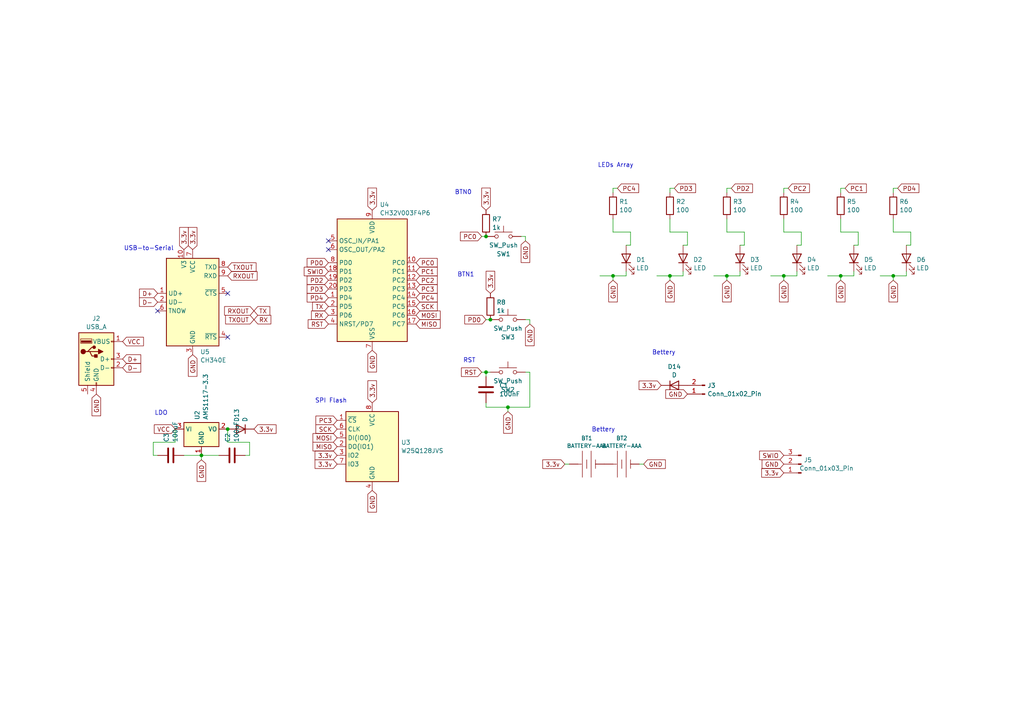
<source format=kicad_sch>
(kicad_sch
	(version 20231120)
	(generator "eeschema")
	(generator_version "8.0")
	(uuid "7b0e6896-478b-4ede-9ff6-b6a5f526bf1e")
	(paper "A4")
	(lib_symbols
		(symbol "Connector:Conn_01x02_Pin"
			(pin_names
				(offset 1.016) hide)
			(exclude_from_sim no)
			(in_bom yes)
			(on_board yes)
			(property "Reference" "J"
				(at 0 2.54 0)
				(effects
					(font
						(size 1.27 1.27)
					)
				)
			)
			(property "Value" "Conn_01x02_Pin"
				(at 0 -5.08 0)
				(effects
					(font
						(size 1.27 1.27)
					)
				)
			)
			(property "Footprint" ""
				(at 0 0 0)
				(effects
					(font
						(size 1.27 1.27)
					)
					(hide yes)
				)
			)
			(property "Datasheet" "~"
				(at 0 0 0)
				(effects
					(font
						(size 1.27 1.27)
					)
					(hide yes)
				)
			)
			(property "Description" "Generic connector, single row, 01x02, script generated"
				(at 0 0 0)
				(effects
					(font
						(size 1.27 1.27)
					)
					(hide yes)
				)
			)
			(property "ki_locked" ""
				(at 0 0 0)
				(effects
					(font
						(size 1.27 1.27)
					)
				)
			)
			(property "ki_keywords" "connector"
				(at 0 0 0)
				(effects
					(font
						(size 1.27 1.27)
					)
					(hide yes)
				)
			)
			(property "ki_fp_filters" "Connector*:*_1x??_*"
				(at 0 0 0)
				(effects
					(font
						(size 1.27 1.27)
					)
					(hide yes)
				)
			)
			(symbol "Conn_01x02_Pin_1_1"
				(polyline
					(pts
						(xy 1.27 -2.54) (xy 0.8636 -2.54)
					)
					(stroke
						(width 0.1524)
						(type default)
					)
					(fill
						(type none)
					)
				)
				(polyline
					(pts
						(xy 1.27 0) (xy 0.8636 0)
					)
					(stroke
						(width 0.1524)
						(type default)
					)
					(fill
						(type none)
					)
				)
				(rectangle
					(start 0.8636 -2.413)
					(end 0 -2.667)
					(stroke
						(width 0.1524)
						(type default)
					)
					(fill
						(type outline)
					)
				)
				(rectangle
					(start 0.8636 0.127)
					(end 0 -0.127)
					(stroke
						(width 0.1524)
						(type default)
					)
					(fill
						(type outline)
					)
				)
				(pin passive line
					(at 5.08 0 180)
					(length 3.81)
					(name "Pin_1"
						(effects
							(font
								(size 1.27 1.27)
							)
						)
					)
					(number "1"
						(effects
							(font
								(size 1.27 1.27)
							)
						)
					)
				)
				(pin passive line
					(at 5.08 -2.54 180)
					(length 3.81)
					(name "Pin_2"
						(effects
							(font
								(size 1.27 1.27)
							)
						)
					)
					(number "2"
						(effects
							(font
								(size 1.27 1.27)
							)
						)
					)
				)
			)
		)
		(symbol "Connector:Conn_01x03_Pin"
			(pin_names
				(offset 1.016) hide)
			(exclude_from_sim no)
			(in_bom yes)
			(on_board yes)
			(property "Reference" "J"
				(at 0 5.08 0)
				(effects
					(font
						(size 1.27 1.27)
					)
				)
			)
			(property "Value" "Conn_01x03_Pin"
				(at 0 -5.08 0)
				(effects
					(font
						(size 1.27 1.27)
					)
				)
			)
			(property "Footprint" ""
				(at 0 0 0)
				(effects
					(font
						(size 1.27 1.27)
					)
					(hide yes)
				)
			)
			(property "Datasheet" "~"
				(at 0 0 0)
				(effects
					(font
						(size 1.27 1.27)
					)
					(hide yes)
				)
			)
			(property "Description" "Generic connector, single row, 01x03, script generated"
				(at 0 0 0)
				(effects
					(font
						(size 1.27 1.27)
					)
					(hide yes)
				)
			)
			(property "ki_locked" ""
				(at 0 0 0)
				(effects
					(font
						(size 1.27 1.27)
					)
				)
			)
			(property "ki_keywords" "connector"
				(at 0 0 0)
				(effects
					(font
						(size 1.27 1.27)
					)
					(hide yes)
				)
			)
			(property "ki_fp_filters" "Connector*:*_1x??_*"
				(at 0 0 0)
				(effects
					(font
						(size 1.27 1.27)
					)
					(hide yes)
				)
			)
			(symbol "Conn_01x03_Pin_1_1"
				(polyline
					(pts
						(xy 1.27 -2.54) (xy 0.8636 -2.54)
					)
					(stroke
						(width 0.1524)
						(type default)
					)
					(fill
						(type none)
					)
				)
				(polyline
					(pts
						(xy 1.27 0) (xy 0.8636 0)
					)
					(stroke
						(width 0.1524)
						(type default)
					)
					(fill
						(type none)
					)
				)
				(polyline
					(pts
						(xy 1.27 2.54) (xy 0.8636 2.54)
					)
					(stroke
						(width 0.1524)
						(type default)
					)
					(fill
						(type none)
					)
				)
				(rectangle
					(start 0.8636 -2.413)
					(end 0 -2.667)
					(stroke
						(width 0.1524)
						(type default)
					)
					(fill
						(type outline)
					)
				)
				(rectangle
					(start 0.8636 0.127)
					(end 0 -0.127)
					(stroke
						(width 0.1524)
						(type default)
					)
					(fill
						(type outline)
					)
				)
				(rectangle
					(start 0.8636 2.667)
					(end 0 2.413)
					(stroke
						(width 0.1524)
						(type default)
					)
					(fill
						(type outline)
					)
				)
				(pin passive line
					(at 5.08 2.54 180)
					(length 3.81)
					(name "Pin_1"
						(effects
							(font
								(size 1.27 1.27)
							)
						)
					)
					(number "1"
						(effects
							(font
								(size 1.27 1.27)
							)
						)
					)
				)
				(pin passive line
					(at 5.08 0 180)
					(length 3.81)
					(name "Pin_2"
						(effects
							(font
								(size 1.27 1.27)
							)
						)
					)
					(number "2"
						(effects
							(font
								(size 1.27 1.27)
							)
						)
					)
				)
				(pin passive line
					(at 5.08 -2.54 180)
					(length 3.81)
					(name "Pin_3"
						(effects
							(font
								(size 1.27 1.27)
							)
						)
					)
					(number "3"
						(effects
							(font
								(size 1.27 1.27)
							)
						)
					)
				)
			)
		)
		(symbol "Connector:USB_A"
			(pin_names
				(offset 1.016)
			)
			(exclude_from_sim no)
			(in_bom yes)
			(on_board yes)
			(property "Reference" "J"
				(at -5.08 11.43 0)
				(effects
					(font
						(size 1.27 1.27)
					)
					(justify left)
				)
			)
			(property "Value" "USB_A"
				(at -5.08 8.89 0)
				(effects
					(font
						(size 1.27 1.27)
					)
					(justify left)
				)
			)
			(property "Footprint" ""
				(at 3.81 -1.27 0)
				(effects
					(font
						(size 1.27 1.27)
					)
					(hide yes)
				)
			)
			(property "Datasheet" " ~"
				(at 3.81 -1.27 0)
				(effects
					(font
						(size 1.27 1.27)
					)
					(hide yes)
				)
			)
			(property "Description" "USB Type A connector"
				(at 0 0 0)
				(effects
					(font
						(size 1.27 1.27)
					)
					(hide yes)
				)
			)
			(property "ki_keywords" "connector USB"
				(at 0 0 0)
				(effects
					(font
						(size 1.27 1.27)
					)
					(hide yes)
				)
			)
			(property "ki_fp_filters" "USB*"
				(at 0 0 0)
				(effects
					(font
						(size 1.27 1.27)
					)
					(hide yes)
				)
			)
			(symbol "USB_A_0_1"
				(rectangle
					(start -5.08 -7.62)
					(end 5.08 7.62)
					(stroke
						(width 0.254)
						(type default)
					)
					(fill
						(type background)
					)
				)
				(circle
					(center -3.81 2.159)
					(radius 0.635)
					(stroke
						(width 0.254)
						(type default)
					)
					(fill
						(type outline)
					)
				)
				(rectangle
					(start -1.524 4.826)
					(end -4.318 5.334)
					(stroke
						(width 0)
						(type default)
					)
					(fill
						(type outline)
					)
				)
				(rectangle
					(start -1.27 4.572)
					(end -4.572 5.842)
					(stroke
						(width 0)
						(type default)
					)
					(fill
						(type none)
					)
				)
				(circle
					(center -0.635 3.429)
					(radius 0.381)
					(stroke
						(width 0.254)
						(type default)
					)
					(fill
						(type outline)
					)
				)
				(rectangle
					(start -0.127 -7.62)
					(end 0.127 -6.858)
					(stroke
						(width 0)
						(type default)
					)
					(fill
						(type none)
					)
				)
				(polyline
					(pts
						(xy -3.175 2.159) (xy -2.54 2.159) (xy -1.27 3.429) (xy -0.635 3.429)
					)
					(stroke
						(width 0.254)
						(type default)
					)
					(fill
						(type none)
					)
				)
				(polyline
					(pts
						(xy -2.54 2.159) (xy -1.905 2.159) (xy -1.27 0.889) (xy 0 0.889)
					)
					(stroke
						(width 0.254)
						(type default)
					)
					(fill
						(type none)
					)
				)
				(polyline
					(pts
						(xy 0.635 2.794) (xy 0.635 1.524) (xy 1.905 2.159) (xy 0.635 2.794)
					)
					(stroke
						(width 0.254)
						(type default)
					)
					(fill
						(type outline)
					)
				)
				(rectangle
					(start 0.254 1.27)
					(end -0.508 0.508)
					(stroke
						(width 0.254)
						(type default)
					)
					(fill
						(type outline)
					)
				)
				(rectangle
					(start 5.08 -2.667)
					(end 4.318 -2.413)
					(stroke
						(width 0)
						(type default)
					)
					(fill
						(type none)
					)
				)
				(rectangle
					(start 5.08 -0.127)
					(end 4.318 0.127)
					(stroke
						(width 0)
						(type default)
					)
					(fill
						(type none)
					)
				)
				(rectangle
					(start 5.08 4.953)
					(end 4.318 5.207)
					(stroke
						(width 0)
						(type default)
					)
					(fill
						(type none)
					)
				)
			)
			(symbol "USB_A_1_1"
				(polyline
					(pts
						(xy -1.905 2.159) (xy 0.635 2.159)
					)
					(stroke
						(width 0.254)
						(type default)
					)
					(fill
						(type none)
					)
				)
				(pin power_in line
					(at 7.62 5.08 180)
					(length 2.54)
					(name "VBUS"
						(effects
							(font
								(size 1.27 1.27)
							)
						)
					)
					(number "1"
						(effects
							(font
								(size 1.27 1.27)
							)
						)
					)
				)
				(pin bidirectional line
					(at 7.62 -2.54 180)
					(length 2.54)
					(name "D-"
						(effects
							(font
								(size 1.27 1.27)
							)
						)
					)
					(number "2"
						(effects
							(font
								(size 1.27 1.27)
							)
						)
					)
				)
				(pin bidirectional line
					(at 7.62 0 180)
					(length 2.54)
					(name "D+"
						(effects
							(font
								(size 1.27 1.27)
							)
						)
					)
					(number "3"
						(effects
							(font
								(size 1.27 1.27)
							)
						)
					)
				)
				(pin power_in line
					(at 0 -10.16 90)
					(length 2.54)
					(name "GND"
						(effects
							(font
								(size 1.27 1.27)
							)
						)
					)
					(number "4"
						(effects
							(font
								(size 1.27 1.27)
							)
						)
					)
				)
				(pin passive line
					(at -2.54 -10.16 90)
					(length 2.54)
					(name "Shield"
						(effects
							(font
								(size 1.27 1.27)
							)
						)
					)
					(number "5"
						(effects
							(font
								(size 1.27 1.27)
							)
						)
					)
				)
			)
		)
		(symbol "Device:C"
			(pin_numbers hide)
			(pin_names
				(offset 0.254)
			)
			(exclude_from_sim no)
			(in_bom yes)
			(on_board yes)
			(property "Reference" "C"
				(at 0.635 2.54 0)
				(effects
					(font
						(size 1.27 1.27)
					)
					(justify left)
				)
			)
			(property "Value" "C"
				(at 0.635 -2.54 0)
				(effects
					(font
						(size 1.27 1.27)
					)
					(justify left)
				)
			)
			(property "Footprint" ""
				(at 0.9652 -3.81 0)
				(effects
					(font
						(size 1.27 1.27)
					)
					(hide yes)
				)
			)
			(property "Datasheet" "~"
				(at 0 0 0)
				(effects
					(font
						(size 1.27 1.27)
					)
					(hide yes)
				)
			)
			(property "Description" "Unpolarized capacitor"
				(at 0 0 0)
				(effects
					(font
						(size 1.27 1.27)
					)
					(hide yes)
				)
			)
			(property "ki_keywords" "cap capacitor"
				(at 0 0 0)
				(effects
					(font
						(size 1.27 1.27)
					)
					(hide yes)
				)
			)
			(property "ki_fp_filters" "C_*"
				(at 0 0 0)
				(effects
					(font
						(size 1.27 1.27)
					)
					(hide yes)
				)
			)
			(symbol "C_0_1"
				(polyline
					(pts
						(xy -2.032 -0.762) (xy 2.032 -0.762)
					)
					(stroke
						(width 0.508)
						(type default)
					)
					(fill
						(type none)
					)
				)
				(polyline
					(pts
						(xy -2.032 0.762) (xy 2.032 0.762)
					)
					(stroke
						(width 0.508)
						(type default)
					)
					(fill
						(type none)
					)
				)
			)
			(symbol "C_1_1"
				(pin passive line
					(at 0 3.81 270)
					(length 2.794)
					(name "~"
						(effects
							(font
								(size 1.27 1.27)
							)
						)
					)
					(number "1"
						(effects
							(font
								(size 1.27 1.27)
							)
						)
					)
				)
				(pin passive line
					(at 0 -3.81 90)
					(length 2.794)
					(name "~"
						(effects
							(font
								(size 1.27 1.27)
							)
						)
					)
					(number "2"
						(effects
							(font
								(size 1.27 1.27)
							)
						)
					)
				)
			)
		)
		(symbol "Device:D"
			(pin_numbers hide)
			(pin_names
				(offset 1.016) hide)
			(exclude_from_sim no)
			(in_bom yes)
			(on_board yes)
			(property "Reference" "D"
				(at 0 2.54 0)
				(effects
					(font
						(size 1.27 1.27)
					)
				)
			)
			(property "Value" "D"
				(at 0 -2.54 0)
				(effects
					(font
						(size 1.27 1.27)
					)
				)
			)
			(property "Footprint" ""
				(at 0 0 0)
				(effects
					(font
						(size 1.27 1.27)
					)
					(hide yes)
				)
			)
			(property "Datasheet" "~"
				(at 0 0 0)
				(effects
					(font
						(size 1.27 1.27)
					)
					(hide yes)
				)
			)
			(property "Description" "Diode"
				(at 0 0 0)
				(effects
					(font
						(size 1.27 1.27)
					)
					(hide yes)
				)
			)
			(property "Sim.Device" "D"
				(at 0 0 0)
				(effects
					(font
						(size 1.27 1.27)
					)
					(hide yes)
				)
			)
			(property "Sim.Pins" "1=K 2=A"
				(at 0 0 0)
				(effects
					(font
						(size 1.27 1.27)
					)
					(hide yes)
				)
			)
			(property "ki_keywords" "diode"
				(at 0 0 0)
				(effects
					(font
						(size 1.27 1.27)
					)
					(hide yes)
				)
			)
			(property "ki_fp_filters" "TO-???* *_Diode_* *SingleDiode* D_*"
				(at 0 0 0)
				(effects
					(font
						(size 1.27 1.27)
					)
					(hide yes)
				)
			)
			(symbol "D_0_1"
				(polyline
					(pts
						(xy -1.27 1.27) (xy -1.27 -1.27)
					)
					(stroke
						(width 0.254)
						(type default)
					)
					(fill
						(type none)
					)
				)
				(polyline
					(pts
						(xy 1.27 0) (xy -1.27 0)
					)
					(stroke
						(width 0)
						(type default)
					)
					(fill
						(type none)
					)
				)
				(polyline
					(pts
						(xy 1.27 1.27) (xy 1.27 -1.27) (xy -1.27 0) (xy 1.27 1.27)
					)
					(stroke
						(width 0.254)
						(type default)
					)
					(fill
						(type none)
					)
				)
			)
			(symbol "D_1_1"
				(pin passive line
					(at -3.81 0 0)
					(length 2.54)
					(name "K"
						(effects
							(font
								(size 1.27 1.27)
							)
						)
					)
					(number "1"
						(effects
							(font
								(size 1.27 1.27)
							)
						)
					)
				)
				(pin passive line
					(at 3.81 0 180)
					(length 2.54)
					(name "A"
						(effects
							(font
								(size 1.27 1.27)
							)
						)
					)
					(number "2"
						(effects
							(font
								(size 1.27 1.27)
							)
						)
					)
				)
			)
		)
		(symbol "Device:LED"
			(pin_numbers hide)
			(pin_names
				(offset 1.016) hide)
			(exclude_from_sim no)
			(in_bom yes)
			(on_board yes)
			(property "Reference" "D"
				(at 0 2.54 0)
				(effects
					(font
						(size 1.27 1.27)
					)
				)
			)
			(property "Value" "LED"
				(at 0 -2.54 0)
				(effects
					(font
						(size 1.27 1.27)
					)
				)
			)
			(property "Footprint" ""
				(at 0 0 0)
				(effects
					(font
						(size 1.27 1.27)
					)
					(hide yes)
				)
			)
			(property "Datasheet" "~"
				(at 0 0 0)
				(effects
					(font
						(size 1.27 1.27)
					)
					(hide yes)
				)
			)
			(property "Description" "Light emitting diode"
				(at 0 0 0)
				(effects
					(font
						(size 1.27 1.27)
					)
					(hide yes)
				)
			)
			(property "ki_keywords" "LED diode"
				(at 0 0 0)
				(effects
					(font
						(size 1.27 1.27)
					)
					(hide yes)
				)
			)
			(property "ki_fp_filters" "LED* LED_SMD:* LED_THT:*"
				(at 0 0 0)
				(effects
					(font
						(size 1.27 1.27)
					)
					(hide yes)
				)
			)
			(symbol "LED_0_1"
				(polyline
					(pts
						(xy -1.27 -1.27) (xy -1.27 1.27)
					)
					(stroke
						(width 0.254)
						(type default)
					)
					(fill
						(type none)
					)
				)
				(polyline
					(pts
						(xy -1.27 0) (xy 1.27 0)
					)
					(stroke
						(width 0)
						(type default)
					)
					(fill
						(type none)
					)
				)
				(polyline
					(pts
						(xy 1.27 -1.27) (xy 1.27 1.27) (xy -1.27 0) (xy 1.27 -1.27)
					)
					(stroke
						(width 0.254)
						(type default)
					)
					(fill
						(type none)
					)
				)
				(polyline
					(pts
						(xy -3.048 -0.762) (xy -4.572 -2.286) (xy -3.81 -2.286) (xy -4.572 -2.286) (xy -4.572 -1.524)
					)
					(stroke
						(width 0)
						(type default)
					)
					(fill
						(type none)
					)
				)
				(polyline
					(pts
						(xy -1.778 -0.762) (xy -3.302 -2.286) (xy -2.54 -2.286) (xy -3.302 -2.286) (xy -3.302 -1.524)
					)
					(stroke
						(width 0)
						(type default)
					)
					(fill
						(type none)
					)
				)
			)
			(symbol "LED_1_1"
				(pin passive line
					(at -3.81 0 0)
					(length 2.54)
					(name "K"
						(effects
							(font
								(size 1.27 1.27)
							)
						)
					)
					(number "1"
						(effects
							(font
								(size 1.27 1.27)
							)
						)
					)
				)
				(pin passive line
					(at 3.81 0 180)
					(length 2.54)
					(name "A"
						(effects
							(font
								(size 1.27 1.27)
							)
						)
					)
					(number "2"
						(effects
							(font
								(size 1.27 1.27)
							)
						)
					)
				)
			)
		)
		(symbol "Device:R"
			(pin_numbers hide)
			(pin_names
				(offset 0)
			)
			(exclude_from_sim no)
			(in_bom yes)
			(on_board yes)
			(property "Reference" "R"
				(at 2.032 0 90)
				(effects
					(font
						(size 1.27 1.27)
					)
				)
			)
			(property "Value" "R"
				(at 0 0 90)
				(effects
					(font
						(size 1.27 1.27)
					)
				)
			)
			(property "Footprint" ""
				(at -1.778 0 90)
				(effects
					(font
						(size 1.27 1.27)
					)
					(hide yes)
				)
			)
			(property "Datasheet" "~"
				(at 0 0 0)
				(effects
					(font
						(size 1.27 1.27)
					)
					(hide yes)
				)
			)
			(property "Description" "Resistor"
				(at 0 0 0)
				(effects
					(font
						(size 1.27 1.27)
					)
					(hide yes)
				)
			)
			(property "ki_keywords" "R res resistor"
				(at 0 0 0)
				(effects
					(font
						(size 1.27 1.27)
					)
					(hide yes)
				)
			)
			(property "ki_fp_filters" "R_*"
				(at 0 0 0)
				(effects
					(font
						(size 1.27 1.27)
					)
					(hide yes)
				)
			)
			(symbol "R_0_1"
				(rectangle
					(start -1.016 -2.54)
					(end 1.016 2.54)
					(stroke
						(width 0.254)
						(type default)
					)
					(fill
						(type none)
					)
				)
			)
			(symbol "R_1_1"
				(pin passive line
					(at 0 3.81 270)
					(length 1.27)
					(name "~"
						(effects
							(font
								(size 1.27 1.27)
							)
						)
					)
					(number "1"
						(effects
							(font
								(size 1.27 1.27)
							)
						)
					)
				)
				(pin passive line
					(at 0 -3.81 90)
					(length 1.27)
					(name "~"
						(effects
							(font
								(size 1.27 1.27)
							)
						)
					)
					(number "2"
						(effects
							(font
								(size 1.27 1.27)
							)
						)
					)
				)
			)
		)
		(symbol "Interface_USB:CH340E"
			(exclude_from_sim no)
			(in_bom yes)
			(on_board yes)
			(property "Reference" "U"
				(at -5.08 13.97 0)
				(effects
					(font
						(size 1.27 1.27)
					)
					(justify right)
				)
			)
			(property "Value" "CH340E"
				(at 1.27 13.97 0)
				(effects
					(font
						(size 1.27 1.27)
					)
					(justify left)
				)
			)
			(property "Footprint" "Package_SO:MSOP-10_3x3mm_P0.5mm"
				(at 1.27 -13.97 0)
				(effects
					(font
						(size 1.27 1.27)
					)
					(justify left)
					(hide yes)
				)
			)
			(property "Datasheet" "https://www.mpja.com/download/35227cpdata.pdf"
				(at -8.89 20.32 0)
				(effects
					(font
						(size 1.27 1.27)
					)
					(hide yes)
				)
			)
			(property "Description" "USB serial converter, UART, MSOP-10"
				(at 0 0 0)
				(effects
					(font
						(size 1.27 1.27)
					)
					(hide yes)
				)
			)
			(property "ki_keywords" "USB UART Serial Converter Interface"
				(at 0 0 0)
				(effects
					(font
						(size 1.27 1.27)
					)
					(hide yes)
				)
			)
			(property "ki_fp_filters" "MSOP*3x3mm*P0.5mm*"
				(at 0 0 0)
				(effects
					(font
						(size 1.27 1.27)
					)
					(hide yes)
				)
			)
			(symbol "CH340E_0_1"
				(rectangle
					(start -7.62 12.7)
					(end 7.62 -12.7)
					(stroke
						(width 0.254)
						(type default)
					)
					(fill
						(type background)
					)
				)
			)
			(symbol "CH340E_1_1"
				(pin bidirectional line
					(at -10.16 2.54 0)
					(length 2.54)
					(name "UD+"
						(effects
							(font
								(size 1.27 1.27)
							)
						)
					)
					(number "1"
						(effects
							(font
								(size 1.27 1.27)
							)
						)
					)
				)
				(pin passive line
					(at -2.54 15.24 270)
					(length 2.54)
					(name "V3"
						(effects
							(font
								(size 1.27 1.27)
							)
						)
					)
					(number "10"
						(effects
							(font
								(size 1.27 1.27)
							)
						)
					)
				)
				(pin bidirectional line
					(at -10.16 0 0)
					(length 2.54)
					(name "UD-"
						(effects
							(font
								(size 1.27 1.27)
							)
						)
					)
					(number "2"
						(effects
							(font
								(size 1.27 1.27)
							)
						)
					)
				)
				(pin power_in line
					(at 0 -15.24 90)
					(length 2.54)
					(name "GND"
						(effects
							(font
								(size 1.27 1.27)
							)
						)
					)
					(number "3"
						(effects
							(font
								(size 1.27 1.27)
							)
						)
					)
				)
				(pin output line
					(at 10.16 -10.16 180)
					(length 2.54)
					(name "~{RTS}"
						(effects
							(font
								(size 1.27 1.27)
							)
						)
					)
					(number "4"
						(effects
							(font
								(size 1.27 1.27)
							)
						)
					)
				)
				(pin input line
					(at 10.16 2.54 180)
					(length 2.54)
					(name "~{CTS}"
						(effects
							(font
								(size 1.27 1.27)
							)
						)
					)
					(number "5"
						(effects
							(font
								(size 1.27 1.27)
							)
						)
					)
				)
				(pin output line
					(at -10.16 -2.54 0)
					(length 2.54)
					(name "TNOW"
						(effects
							(font
								(size 1.27 1.27)
							)
						)
					)
					(number "6"
						(effects
							(font
								(size 1.27 1.27)
							)
						)
					)
				)
				(pin power_in line
					(at 0 15.24 270)
					(length 2.54)
					(name "VCC"
						(effects
							(font
								(size 1.27 1.27)
							)
						)
					)
					(number "7"
						(effects
							(font
								(size 1.27 1.27)
							)
						)
					)
				)
				(pin output line
					(at 10.16 10.16 180)
					(length 2.54)
					(name "TXD"
						(effects
							(font
								(size 1.27 1.27)
							)
						)
					)
					(number "8"
						(effects
							(font
								(size 1.27 1.27)
							)
						)
					)
				)
				(pin input line
					(at 10.16 7.62 180)
					(length 2.54)
					(name "RXD"
						(effects
							(font
								(size 1.27 1.27)
							)
						)
					)
					(number "9"
						(effects
							(font
								(size 1.27 1.27)
							)
						)
					)
				)
			)
		)
		(symbol "Memory_Flash:W25Q128JVS"
			(exclude_from_sim no)
			(in_bom yes)
			(on_board yes)
			(property "Reference" "U"
				(at -8.89 8.89 0)
				(effects
					(font
						(size 1.27 1.27)
					)
				)
			)
			(property "Value" "W25Q128JVS"
				(at 7.62 8.89 0)
				(effects
					(font
						(size 1.27 1.27)
					)
				)
			)
			(property "Footprint" "Package_SO:SOIC-8_5.23x5.23mm_P1.27mm"
				(at 0 0 0)
				(effects
					(font
						(size 1.27 1.27)
					)
					(hide yes)
				)
			)
			(property "Datasheet" "http://www.winbond.com/resource-files/w25q128jv_dtr%20revc%2003272018%20plus.pdf"
				(at 0 0 0)
				(effects
					(font
						(size 1.27 1.27)
					)
					(hide yes)
				)
			)
			(property "Description" "128Mb Serial Flash Memory, Standard/Dual/Quad SPI, SOIC-8"
				(at 0 0 0)
				(effects
					(font
						(size 1.27 1.27)
					)
					(hide yes)
				)
			)
			(property "ki_keywords" "flash memory SPI QPI DTR"
				(at 0 0 0)
				(effects
					(font
						(size 1.27 1.27)
					)
					(hide yes)
				)
			)
			(property "ki_fp_filters" "SOIC*5.23x5.23mm*P1.27mm*"
				(at 0 0 0)
				(effects
					(font
						(size 1.27 1.27)
					)
					(hide yes)
				)
			)
			(symbol "W25Q128JVS_0_1"
				(rectangle
					(start -7.62 10.16)
					(end 7.62 -10.16)
					(stroke
						(width 0.254)
						(type default)
					)
					(fill
						(type background)
					)
				)
			)
			(symbol "W25Q128JVS_1_1"
				(pin input line
					(at -10.16 7.62 0)
					(length 2.54)
					(name "~{CS}"
						(effects
							(font
								(size 1.27 1.27)
							)
						)
					)
					(number "1"
						(effects
							(font
								(size 1.27 1.27)
							)
						)
					)
				)
				(pin bidirectional line
					(at -10.16 0 0)
					(length 2.54)
					(name "DO(IO1)"
						(effects
							(font
								(size 1.27 1.27)
							)
						)
					)
					(number "2"
						(effects
							(font
								(size 1.27 1.27)
							)
						)
					)
				)
				(pin bidirectional line
					(at -10.16 -2.54 0)
					(length 2.54)
					(name "IO2"
						(effects
							(font
								(size 1.27 1.27)
							)
						)
					)
					(number "3"
						(effects
							(font
								(size 1.27 1.27)
							)
						)
					)
				)
				(pin power_in line
					(at 0 -12.7 90)
					(length 2.54)
					(name "GND"
						(effects
							(font
								(size 1.27 1.27)
							)
						)
					)
					(number "4"
						(effects
							(font
								(size 1.27 1.27)
							)
						)
					)
				)
				(pin bidirectional line
					(at -10.16 2.54 0)
					(length 2.54)
					(name "DI(IO0)"
						(effects
							(font
								(size 1.27 1.27)
							)
						)
					)
					(number "5"
						(effects
							(font
								(size 1.27 1.27)
							)
						)
					)
				)
				(pin input line
					(at -10.16 5.08 0)
					(length 2.54)
					(name "CLK"
						(effects
							(font
								(size 1.27 1.27)
							)
						)
					)
					(number "6"
						(effects
							(font
								(size 1.27 1.27)
							)
						)
					)
				)
				(pin bidirectional line
					(at -10.16 -5.08 0)
					(length 2.54)
					(name "IO3"
						(effects
							(font
								(size 1.27 1.27)
							)
						)
					)
					(number "7"
						(effects
							(font
								(size 1.27 1.27)
							)
						)
					)
				)
				(pin power_in line
					(at 0 12.7 270)
					(length 2.54)
					(name "VCC"
						(effects
							(font
								(size 1.27 1.27)
							)
						)
					)
					(number "8"
						(effects
							(font
								(size 1.27 1.27)
							)
						)
					)
				)
			)
		)
		(symbol "Regulator_Linear:AMS1117-3.3"
			(exclude_from_sim no)
			(in_bom yes)
			(on_board yes)
			(property "Reference" "U"
				(at -3.81 3.175 0)
				(effects
					(font
						(size 1.27 1.27)
					)
				)
			)
			(property "Value" "AMS1117-3.3"
				(at 0 3.175 0)
				(effects
					(font
						(size 1.27 1.27)
					)
					(justify left)
				)
			)
			(property "Footprint" "Package_TO_SOT_SMD:SOT-223-3_TabPin2"
				(at 0 5.08 0)
				(effects
					(font
						(size 1.27 1.27)
					)
					(hide yes)
				)
			)
			(property "Datasheet" "http://www.advanced-monolithic.com/pdf/ds1117.pdf"
				(at 2.54 -6.35 0)
				(effects
					(font
						(size 1.27 1.27)
					)
					(hide yes)
				)
			)
			(property "Description" "1A Low Dropout regulator, positive, 3.3V fixed output, SOT-223"
				(at 0 0 0)
				(effects
					(font
						(size 1.27 1.27)
					)
					(hide yes)
				)
			)
			(property "ki_keywords" "linear regulator ldo fixed positive"
				(at 0 0 0)
				(effects
					(font
						(size 1.27 1.27)
					)
					(hide yes)
				)
			)
			(property "ki_fp_filters" "SOT?223*TabPin2*"
				(at 0 0 0)
				(effects
					(font
						(size 1.27 1.27)
					)
					(hide yes)
				)
			)
			(symbol "AMS1117-3.3_0_1"
				(rectangle
					(start -5.08 -5.08)
					(end 5.08 1.905)
					(stroke
						(width 0.254)
						(type default)
					)
					(fill
						(type background)
					)
				)
			)
			(symbol "AMS1117-3.3_1_1"
				(pin power_in line
					(at 0 -7.62 90)
					(length 2.54)
					(name "GND"
						(effects
							(font
								(size 1.27 1.27)
							)
						)
					)
					(number "1"
						(effects
							(font
								(size 1.27 1.27)
							)
						)
					)
				)
				(pin power_out line
					(at 7.62 0 180)
					(length 2.54)
					(name "VO"
						(effects
							(font
								(size 1.27 1.27)
							)
						)
					)
					(number "2"
						(effects
							(font
								(size 1.27 1.27)
							)
						)
					)
				)
				(pin power_in line
					(at -7.62 0 0)
					(length 2.54)
					(name "VI"
						(effects
							(font
								(size 1.27 1.27)
							)
						)
					)
					(number "3"
						(effects
							(font
								(size 1.27 1.27)
							)
						)
					)
				)
			)
		)
		(symbol "SparkFun-Batteries:BATTERY-AAA"
			(pin_numbers hide)
			(pin_names
				(offset 1.016) hide)
			(exclude_from_sim no)
			(in_bom yes)
			(on_board yes)
			(property "Reference" "BT"
				(at 0 4.318 0)
				(effects
					(font
						(size 1.143 1.143)
					)
					(justify left bottom)
				)
			)
			(property "Value" "BATTERY-AAA"
				(at 0 -6.35 0)
				(effects
					(font
						(size 1.143 1.143)
					)
					(justify left bottom)
				)
			)
			(property "Footprint" "BATTERY-AAA"
				(at 0 6.35 0)
				(effects
					(font
						(size 0.508 0.508)
					)
					(hide yes)
				)
			)
			(property "Datasheet" ""
				(at 0 0 0)
				(effects
					(font
						(size 1.27 1.27)
					)
					(hide yes)
				)
			)
			(property "Description" "Battery - Single Cell A variety of battery chemistries, sizes, and footprints. Device List:<ul><li><b>20MM_PTH - </b> <a href=\"https://www.sparkfun.com/products/783\">Coin Cell Battery Holder - 20mm (PTH)</a></li><li><b>6.8MM_PTH - </b> <a href=\"https://www.digikey.com/product-detail/en/seiko-instruments/MS621FE-FL11E/728-1057-ND/1889208?WT.srch=1&gclid=CNOQ5a6LzdQCFZS2wAodXCkE0g\">Coin Cell Battery Holder - 6.8MM(SMD)</a></li><li><b>12MM_SMD - </b> <a href=\"https://www.sparkfun.com/products/10592\">Coin Cell Battery Holder - 12mm (SMD)</a></li><li><b>12MM_PTH - </b><a href=\"https://www.sparkfun.com/products/7948\">Coin Cell Battery Holder - 12mm (PTH)</a></li><li><b>20MM_SMD - </b> 20mm Coin Cell Battery Holder (SMD) (2 legs)</li><ul><li>Used on the <a href=\"https://www.sparkfun.com/products/11734\">Big Time Watch Kit</a></li></ul><li><b>20MM_SMD_4LEGS - </b> <a href=\"https://www.sparkfun.com/products/11892\">Coin Cell Battery Holder - 20mm (SMD)</a></li><li><b>20MM_SMD_4LEGS_OVERPASTE - </b> <a href=\"https://www.sparkfun.com/products/11892\">Coin Cell Battery Holder - 20mm (SMD)</a> (Over-paste on the legs)</li><li><b>24.5MM_PTH - </b> <a href=\"https://www.sparkfun.com/products/8863\">Coin Cell Battery Holder - 24.5mm (PTH)</a></li><li><b>9V - </b> 9V Battery Holder - PC Mount </li><ul><li>Used on the <a href=\"https://www.sparkfun.com/products/11177\">SparkFun SparkPunk Sound Kit </a> and <a href=\"https://www.sparkfun.com/products/12707\">SparkFun SparkPunk Sequencer Kit </a></li></ul><li><b>18650 - </b> <a href=\"https://www.sparkfun.com/products/13113\">Battery Holder - 18650 (PTH)</a></li><li><b>AA - </b> <a href=\"https://www.sparkfun.com/products/7949\">Battery Holder - 1xAA (PTH)</a></li><li><b>AAA - </b> <a href=\"https://www.sparkfun.com/products/12718\">Battery Holder - 1xAAA (PTH)</a></li><li><b>AA_KIT - </b> <a href=\"https://www.sparkfun.com/products/7949\">Battery Holder - 1xAA (PTH)</a></li><ul><li>Special kit package - pads only have exposed copper on one side of the board.</li></ul><li><b>AAA_KIT - </b> <a href=\"https://www.sparkfun.com/products/12718\">Battery Holder - 1xAAA (PTH)</a></li><ul><li>Special kit package - pads only have exposed copper on one side of the board.</li></ul></ul>"
				(at 0 0 0)
				(effects
					(font
						(size 1.27 1.27)
					)
					(hide yes)
				)
			)
			(property "Field5" ""
				(at 0 0 0)
				(effects
					(font
						(size 1.524 1.524)
					)
					(hide yes)
				)
			)
			(property "ki_locked" ""
				(at 0 0 0)
				(effects
					(font
						(size 1.27 1.27)
					)
				)
			)
			(property "ki_keywords" "PROD_ID:BATT-08571"
				(at 0 0 0)
				(effects
					(font
						(size 1.27 1.27)
					)
					(hide yes)
				)
			)
			(property "ki_fp_filters" "*BATTERY-AAA* *BATTERY-AAA-KIT* *BATTERY-AA-KIT*"
				(at 0 0 0)
				(effects
					(font
						(size 1.27 1.27)
					)
					(hide yes)
				)
			)
			(symbol "BATTERY-AAA_1_0"
				(polyline
					(pts
						(xy -2.54 0) (xy -1.524 0)
					)
					(stroke
						(width 0)
						(type solid)
					)
					(fill
						(type none)
					)
				)
				(polyline
					(pts
						(xy -1.27 3.81) (xy -1.27 -3.81)
					)
					(stroke
						(width 0)
						(type solid)
					)
					(fill
						(type none)
					)
				)
				(polyline
					(pts
						(xy 0 1.27) (xy 0 -1.27)
					)
					(stroke
						(width 0)
						(type solid)
					)
					(fill
						(type none)
					)
				)
				(polyline
					(pts
						(xy 1.27 3.81) (xy 1.27 -3.81)
					)
					(stroke
						(width 0)
						(type solid)
					)
					(fill
						(type none)
					)
				)
				(polyline
					(pts
						(xy 2.54 1.27) (xy 2.54 -1.27)
					)
					(stroke
						(width 0)
						(type solid)
					)
					(fill
						(type none)
					)
				)
			)
			(symbol "BATTERY-AAA_1_1"
				(pin power_in line
					(at 5.08 0 180)
					(length 2.54)
					(name "-"
						(effects
							(font
								(size 1.016 1.016)
							)
						)
					)
					(number "GND@"
						(effects
							(font
								(size 1.016 1.016)
							)
						)
					)
				)
				(pin power_in line
					(at -5.08 0 0)
					(length 2.54)
					(name "+"
						(effects
							(font
								(size 1.016 1.016)
							)
						)
					)
					(number "PWR@"
						(effects
							(font
								(size 1.016 1.016)
							)
						)
					)
				)
			)
		)
		(symbol "Switch:SW_Push"
			(pin_numbers hide)
			(pin_names
				(offset 1.016) hide)
			(exclude_from_sim no)
			(in_bom yes)
			(on_board yes)
			(property "Reference" "SW"
				(at 1.27 2.54 0)
				(effects
					(font
						(size 1.27 1.27)
					)
					(justify left)
				)
			)
			(property "Value" "SW_Push"
				(at 0 -1.524 0)
				(effects
					(font
						(size 1.27 1.27)
					)
				)
			)
			(property "Footprint" ""
				(at 0 5.08 0)
				(effects
					(font
						(size 1.27 1.27)
					)
					(hide yes)
				)
			)
			(property "Datasheet" "~"
				(at 0 5.08 0)
				(effects
					(font
						(size 1.27 1.27)
					)
					(hide yes)
				)
			)
			(property "Description" "Push button switch, generic, two pins"
				(at 0 0 0)
				(effects
					(font
						(size 1.27 1.27)
					)
					(hide yes)
				)
			)
			(property "ki_keywords" "switch normally-open pushbutton push-button"
				(at 0 0 0)
				(effects
					(font
						(size 1.27 1.27)
					)
					(hide yes)
				)
			)
			(symbol "SW_Push_0_1"
				(circle
					(center -2.032 0)
					(radius 0.508)
					(stroke
						(width 0)
						(type default)
					)
					(fill
						(type none)
					)
				)
				(polyline
					(pts
						(xy 0 1.27) (xy 0 3.048)
					)
					(stroke
						(width 0)
						(type default)
					)
					(fill
						(type none)
					)
				)
				(polyline
					(pts
						(xy 2.54 1.27) (xy -2.54 1.27)
					)
					(stroke
						(width 0)
						(type default)
					)
					(fill
						(type none)
					)
				)
				(circle
					(center 2.032 0)
					(radius 0.508)
					(stroke
						(width 0)
						(type default)
					)
					(fill
						(type none)
					)
				)
				(pin passive line
					(at -5.08 0 0)
					(length 2.54)
					(name "1"
						(effects
							(font
								(size 1.27 1.27)
							)
						)
					)
					(number "1"
						(effects
							(font
								(size 1.27 1.27)
							)
						)
					)
				)
				(pin passive line
					(at 5.08 0 180)
					(length 2.54)
					(name "2"
						(effects
							(font
								(size 1.27 1.27)
							)
						)
					)
					(number "2"
						(effects
							(font
								(size 1.27 1.27)
							)
						)
					)
				)
			)
		)
		(symbol "wch_mcu:CH32V003F4P6"
			(exclude_from_sim no)
			(in_bom yes)
			(on_board yes)
			(property "Reference" "U"
				(at 15.24 -24.13 0)
				(effects
					(font
						(size 1.27 1.27)
					)
				)
			)
			(property "Value" "CH32V003F4P6"
				(at 16.51 -21.59 0)
				(effects
					(font
						(size 1.27 1.27)
					)
				)
			)
			(property "Footprint" "Package_SO:SOP-16_3.9x9.9mm_P1.27mm"
				(at 2.54 -30.48 0)
				(effects
					(font
						(size 1.27 1.27)
					)
					(hide yes)
				)
			)
			(property "Datasheet" "http://www.wch-ic.com/downloads/CH32V003DS0_PDF.html"
				(at 5.08 -34.29 0)
				(effects
					(font
						(size 1.27 1.27)
					)
					(hide yes)
				)
			)
			(property "Description" ""
				(at 0 0 0)
				(effects
					(font
						(size 1.27 1.27)
					)
					(hide yes)
				)
			)
			(symbol "CH32V003F4P6_0_1"
				(rectangle
					(start -10.16 17.78)
					(end 10.16 -17.78)
					(stroke
						(width 0.254)
						(type default)
					)
					(fill
						(type background)
					)
				)
			)
			(symbol "CH32V003F4P6_1_1"
				(pin bidirectional line
					(at -12.7 -5.08 0)
					(length 2.54)
					(name "PD4"
						(effects
							(font
								(size 1.27 1.27)
							)
						)
					)
					(number "1"
						(effects
							(font
								(size 1.27 1.27)
							)
						)
					)
				)
				(pin bidirectional line
					(at 12.7 5.08 180)
					(length 2.54)
					(name "PC0"
						(effects
							(font
								(size 1.27 1.27)
							)
						)
					)
					(number "10"
						(effects
							(font
								(size 1.27 1.27)
							)
						)
					)
				)
				(pin bidirectional line
					(at 12.7 2.54 180)
					(length 2.54)
					(name "PC1"
						(effects
							(font
								(size 1.27 1.27)
							)
						)
					)
					(number "11"
						(effects
							(font
								(size 1.27 1.27)
							)
						)
					)
				)
				(pin bidirectional line
					(at 12.7 0 180)
					(length 2.54)
					(name "PC2"
						(effects
							(font
								(size 1.27 1.27)
							)
						)
					)
					(number "12"
						(effects
							(font
								(size 1.27 1.27)
							)
						)
					)
				)
				(pin bidirectional line
					(at 12.7 -2.54 180)
					(length 2.54)
					(name "PC3"
						(effects
							(font
								(size 1.27 1.27)
							)
						)
					)
					(number "13"
						(effects
							(font
								(size 1.27 1.27)
							)
						)
					)
				)
				(pin bidirectional line
					(at 12.7 -5.08 180)
					(length 2.54)
					(name "PC4"
						(effects
							(font
								(size 1.27 1.27)
							)
						)
					)
					(number "14"
						(effects
							(font
								(size 1.27 1.27)
							)
						)
					)
				)
				(pin bidirectional line
					(at 12.7 -7.62 180)
					(length 2.54)
					(name "PC5"
						(effects
							(font
								(size 1.27 1.27)
							)
						)
					)
					(number "15"
						(effects
							(font
								(size 1.27 1.27)
							)
						)
					)
				)
				(pin bidirectional line
					(at 12.7 -10.16 180)
					(length 2.54)
					(name "PC6"
						(effects
							(font
								(size 1.27 1.27)
							)
						)
					)
					(number "16"
						(effects
							(font
								(size 1.27 1.27)
							)
						)
					)
				)
				(pin bidirectional line
					(at 12.7 -12.7 180)
					(length 2.54)
					(name "PC7"
						(effects
							(font
								(size 1.27 1.27)
							)
						)
					)
					(number "17"
						(effects
							(font
								(size 1.27 1.27)
							)
						)
					)
				)
				(pin bidirectional line
					(at -12.7 2.54 0)
					(length 2.54)
					(name "PD1"
						(effects
							(font
								(size 1.27 1.27)
							)
						)
					)
					(number "18"
						(effects
							(font
								(size 1.27 1.27)
							)
						)
					)
				)
				(pin bidirectional line
					(at -12.7 0 0)
					(length 2.54)
					(name "PD2"
						(effects
							(font
								(size 1.27 1.27)
							)
						)
					)
					(number "19"
						(effects
							(font
								(size 1.27 1.27)
							)
						)
					)
				)
				(pin bidirectional line
					(at -12.7 -7.62 0)
					(length 2.54)
					(name "PD5"
						(effects
							(font
								(size 1.27 1.27)
							)
						)
					)
					(number "2"
						(effects
							(font
								(size 1.27 1.27)
							)
						)
					)
				)
				(pin bidirectional line
					(at -12.7 -2.54 0)
					(length 2.54)
					(name "PD3"
						(effects
							(font
								(size 1.27 1.27)
							)
						)
					)
					(number "20"
						(effects
							(font
								(size 1.27 1.27)
							)
						)
					)
				)
				(pin bidirectional line
					(at -12.7 -10.16 0)
					(length 2.54)
					(name "PD6"
						(effects
							(font
								(size 1.27 1.27)
							)
						)
					)
					(number "3"
						(effects
							(font
								(size 1.27 1.27)
							)
						)
					)
				)
				(pin input line
					(at -12.7 -12.7 0)
					(length 2.54)
					(name "NRST/PD7"
						(effects
							(font
								(size 1.27 1.27)
							)
						)
					)
					(number "4"
						(effects
							(font
								(size 1.27 1.27)
							)
						)
					)
				)
				(pin input line
					(at -12.7 11.43 0)
					(length 2.54)
					(name "OSC_IN/PA1"
						(effects
							(font
								(size 1.27 1.27)
							)
						)
					)
					(number "5"
						(effects
							(font
								(size 1.27 1.27)
							)
						)
					)
				)
				(pin input line
					(at -12.7 8.89 0)
					(length 2.54)
					(name "OSC_OUT/PA2"
						(effects
							(font
								(size 1.27 1.27)
							)
						)
					)
					(number "6"
						(effects
							(font
								(size 1.27 1.27)
							)
						)
					)
				)
				(pin power_in line
					(at 0 -20.32 90)
					(length 2.54)
					(name "VSS"
						(effects
							(font
								(size 1.27 1.27)
							)
						)
					)
					(number "7"
						(effects
							(font
								(size 1.27 1.27)
							)
						)
					)
				)
				(pin bidirectional line
					(at -12.7 5.08 0)
					(length 2.54)
					(name "PD0"
						(effects
							(font
								(size 1.27 1.27)
							)
						)
					)
					(number "8"
						(effects
							(font
								(size 1.27 1.27)
							)
						)
					)
				)
				(pin power_in line
					(at 0 20.32 270)
					(length 2.54)
					(name "VDD"
						(effects
							(font
								(size 1.27 1.27)
							)
						)
					)
					(number "9"
						(effects
							(font
								(size 1.27 1.27)
							)
						)
					)
				)
			)
		)
	)
	(junction
		(at 58.42 132.08)
		(diameter 0)
		(color 0 0 0 0)
		(uuid "255dfbcd-762f-4cd0-9982-0afe262aaf55")
	)
	(junction
		(at 227.33 80.01)
		(diameter 0)
		(color 0 0 0 0)
		(uuid "2672219f-920a-43ab-b0f1-458ac9ea5eca")
	)
	(junction
		(at 210.82 80.01)
		(diameter 0)
		(color 0 0 0 0)
		(uuid "3036ea11-bf9a-4153-ab20-c81785ea736b")
	)
	(junction
		(at 142.24 92.71)
		(diameter 0)
		(color 0 0 0 0)
		(uuid "36863578-b894-46bd-8678-e0c936c0376f")
	)
	(junction
		(at 259.08 80.01)
		(diameter 0)
		(color 0 0 0 0)
		(uuid "37102201-f7db-4f22-930d-dac388f6a63c")
	)
	(junction
		(at 177.8 80.01)
		(diameter 0)
		(color 0 0 0 0)
		(uuid "655d358e-e07f-4647-8354-dc7ed5faf738")
	)
	(junction
		(at 243.84 80.01)
		(diameter 0)
		(color 0 0 0 0)
		(uuid "7143d53e-7ee0-49a8-b265-259c17d6d77d")
	)
	(junction
		(at 140.97 107.95)
		(diameter 0)
		(color 0 0 0 0)
		(uuid "7a66db2d-bf1e-4b34-9bc0-c4488555ecdc")
	)
	(junction
		(at 140.97 68.58)
		(diameter 0)
		(color 0 0 0 0)
		(uuid "8c852a5c-caab-4431-8a42-1794e661d4e4")
	)
	(junction
		(at 66.04 124.46)
		(diameter 0)
		(color 0 0 0 0)
		(uuid "9f007c6b-1262-40bc-8e17-5e7c1b19ae34")
	)
	(junction
		(at 147.32 118.11)
		(diameter 0)
		(color 0 0 0 0)
		(uuid "bc50f072-8513-409e-b662-76210dfbed5b")
	)
	(junction
		(at 194.31 80.01)
		(diameter 0)
		(color 0 0 0 0)
		(uuid "f2c237c9-74f5-418e-8d52-30b72bed4289")
	)
	(no_connect
		(at 66.04 85.09)
		(uuid "488ec69c-1105-4b62-b7bb-0003e381e926")
	)
	(no_connect
		(at 66.04 97.79)
		(uuid "4a898bbc-e7e7-4c35-881a-912d7d460fb4")
	)
	(no_connect
		(at 95.25 69.85)
		(uuid "9952feab-12e1-4110-859b-560b6d5ad870")
	)
	(no_connect
		(at 95.25 72.39)
		(uuid "9a1aac51-9383-421d-897e-fd2fdeeff5e2")
	)
	(no_connect
		(at 45.72 90.17)
		(uuid "a160f887-bc08-4a12-bc4c-e3b124f31643")
	)
	(wire
		(pts
			(xy 247.65 78.74) (xy 247.65 80.01)
		)
		(stroke
			(width 0)
			(type default)
		)
		(uuid "03ddcbde-c229-408c-9c15-956387a22fc4")
	)
	(wire
		(pts
			(xy 173.99 80.01) (xy 177.8 80.01)
		)
		(stroke
			(width 0)
			(type default)
		)
		(uuid "062a8a18-a6af-4cba-8d5b-f50bed21fb8b")
	)
	(wire
		(pts
			(xy 72.39 132.08) (xy 71.12 132.08)
		)
		(stroke
			(width 0)
			(type default)
		)
		(uuid "086a896b-c977-40bb-be2c-6079119c2f8f")
	)
	(wire
		(pts
			(xy 210.82 63.5) (xy 210.82 67.31)
		)
		(stroke
			(width 0)
			(type default)
		)
		(uuid "09586666-196f-469a-9c63-974c841116bf")
	)
	(wire
		(pts
			(xy 181.61 78.74) (xy 181.61 80.01)
		)
		(stroke
			(width 0)
			(type default)
		)
		(uuid "09ad9f15-6716-4ead-b6bd-e9cdd5b974ab")
	)
	(wire
		(pts
			(xy 53.34 132.08) (xy 58.42 132.08)
		)
		(stroke
			(width 0)
			(type default)
		)
		(uuid "0b4ff6d0-f481-44ae-bab2-6ff51a35060b")
	)
	(wire
		(pts
			(xy 255.27 80.01) (xy 259.08 80.01)
		)
		(stroke
			(width 0)
			(type default)
		)
		(uuid "0e8c186a-65c7-4049-90a2-830468b9b02d")
	)
	(wire
		(pts
			(xy 259.08 80.01) (xy 262.89 80.01)
		)
		(stroke
			(width 0)
			(type default)
		)
		(uuid "10518bfa-71ab-462d-9d98-596c2f874ce3")
	)
	(wire
		(pts
			(xy 227.33 67.31) (xy 232.41 67.31)
		)
		(stroke
			(width 0)
			(type default)
		)
		(uuid "110b97a3-b38c-452f-b988-aacb2be4184c")
	)
	(wire
		(pts
			(xy 140.97 107.95) (xy 140.97 109.22)
		)
		(stroke
			(width 0)
			(type default)
		)
		(uuid "112af77a-6676-4140-a30a-aaa1bc2971d9")
	)
	(wire
		(pts
			(xy 190.5 80.01) (xy 194.31 80.01)
		)
		(stroke
			(width 0)
			(type default)
		)
		(uuid "14791f3d-5be5-4c6f-8ef0-e9ce497ad361")
	)
	(wire
		(pts
			(xy 259.08 67.31) (xy 264.16 67.31)
		)
		(stroke
			(width 0)
			(type default)
		)
		(uuid "14f04ff5-063c-4d28-91d8-c56b4c9fb0e8")
	)
	(wire
		(pts
			(xy 264.16 67.31) (xy 264.16 71.12)
		)
		(stroke
			(width 0)
			(type default)
		)
		(uuid "18d92b13-ecb2-4728-9237-c30e729c0bc3")
	)
	(wire
		(pts
			(xy 152.4 92.71) (xy 153.67 92.71)
		)
		(stroke
			(width 0)
			(type default)
		)
		(uuid "1e02c8f7-ac06-489a-a692-01c1b367c8be")
	)
	(wire
		(pts
			(xy 185.42 134.62) (xy 186.69 134.62)
		)
		(stroke
			(width 0)
			(type default)
		)
		(uuid "21e1e91c-537a-4af0-b832-7ed6442aa3ba")
	)
	(wire
		(pts
			(xy 44.45 132.08) (xy 45.72 132.08)
		)
		(stroke
			(width 0)
			(type default)
		)
		(uuid "22a13cde-90d9-4793-ae88-db6da2a6f5ae")
	)
	(wire
		(pts
			(xy 228.6 54.61) (xy 227.33 54.61)
		)
		(stroke
			(width 0)
			(type default)
		)
		(uuid "243a56a0-669c-45ba-9d5e-3a62006ab0a6")
	)
	(wire
		(pts
			(xy 212.09 54.61) (xy 210.82 54.61)
		)
		(stroke
			(width 0)
			(type default)
		)
		(uuid "25d60dde-3667-43d8-81f6-507217ab6686")
	)
	(wire
		(pts
			(xy 177.8 63.5) (xy 177.8 67.31)
		)
		(stroke
			(width 0)
			(type default)
		)
		(uuid "262bba1f-bedf-49ea-893b-2eba1b336455")
	)
	(wire
		(pts
			(xy 177.8 54.61) (xy 177.8 55.88)
		)
		(stroke
			(width 0)
			(type default)
		)
		(uuid "2712ae73-2280-41c5-bbb5-9890e47e24ab")
	)
	(wire
		(pts
			(xy 152.4 107.95) (xy 153.67 107.95)
		)
		(stroke
			(width 0)
			(type default)
		)
		(uuid "273532ff-7f38-43c3-b4b0-64e2077b0c70")
	)
	(wire
		(pts
			(xy 194.31 80.01) (xy 198.12 80.01)
		)
		(stroke
			(width 0)
			(type default)
		)
		(uuid "273729f0-9f61-439f-84bc-db2e60426b4b")
	)
	(wire
		(pts
			(xy 210.82 67.31) (xy 215.9 67.31)
		)
		(stroke
			(width 0)
			(type default)
		)
		(uuid "2ec66006-130e-4746-bd3b-6e1931e060e8")
	)
	(wire
		(pts
			(xy 232.41 71.12) (xy 231.14 71.12)
		)
		(stroke
			(width 0)
			(type default)
		)
		(uuid "3648069c-e5c7-4c34-8cd2-81333eba70d2")
	)
	(wire
		(pts
			(xy 140.97 92.71) (xy 142.24 92.71)
		)
		(stroke
			(width 0)
			(type default)
		)
		(uuid "39465070-99ba-4ed8-8731-d459d18e42d9")
	)
	(wire
		(pts
			(xy 194.31 67.31) (xy 199.39 67.31)
		)
		(stroke
			(width 0)
			(type default)
		)
		(uuid "3960e4d3-1af5-4cdb-bbce-102444c3ba1e")
	)
	(wire
		(pts
			(xy 245.11 54.61) (xy 243.84 54.61)
		)
		(stroke
			(width 0)
			(type default)
		)
		(uuid "3c7c2f0d-9de1-4232-949f-41b2948a6fb3")
	)
	(wire
		(pts
			(xy 182.88 71.12) (xy 181.61 71.12)
		)
		(stroke
			(width 0)
			(type default)
		)
		(uuid "3e104aff-7433-4ebe-89de-b47ad0e91eef")
	)
	(wire
		(pts
			(xy 44.45 128.27) (xy 44.45 132.08)
		)
		(stroke
			(width 0)
			(type default)
		)
		(uuid "403b656b-63bc-47f1-8d0a-9efec7617c65")
	)
	(wire
		(pts
			(xy 210.82 54.61) (xy 210.82 55.88)
		)
		(stroke
			(width 0)
			(type default)
		)
		(uuid "447c851b-e524-4591-a607-6311cf3e3621")
	)
	(wire
		(pts
			(xy 215.9 71.12) (xy 214.63 71.12)
		)
		(stroke
			(width 0)
			(type default)
		)
		(uuid "458be920-48d9-4f2c-b787-4fbee6042e95")
	)
	(wire
		(pts
			(xy 58.42 132.08) (xy 58.42 133.35)
		)
		(stroke
			(width 0)
			(type default)
		)
		(uuid "472c2ef0-b8b7-4875-9553-2eb07bb50c90")
	)
	(wire
		(pts
			(xy 243.84 54.61) (xy 243.84 55.88)
		)
		(stroke
			(width 0)
			(type default)
		)
		(uuid "4c372051-ac33-49ac-a74b-b64c51f6b4ce")
	)
	(wire
		(pts
			(xy 177.8 80.01) (xy 177.8 81.28)
		)
		(stroke
			(width 0)
			(type default)
		)
		(uuid "4e69c7de-9efa-4283-a1fb-cb4ee5eea158")
	)
	(wire
		(pts
			(xy 195.58 54.61) (xy 194.31 54.61)
		)
		(stroke
			(width 0)
			(type default)
		)
		(uuid "543b0ee4-0f7f-4ab6-9921-bced8262ec97")
	)
	(wire
		(pts
			(xy 153.67 107.95) (xy 153.67 118.11)
		)
		(stroke
			(width 0)
			(type default)
		)
		(uuid "5bfb2986-d735-48e1-a126-421691576e7a")
	)
	(wire
		(pts
			(xy 139.7 107.95) (xy 140.97 107.95)
		)
		(stroke
			(width 0)
			(type default)
		)
		(uuid "5f631d14-98fb-4562-b001-5e8af977ec04")
	)
	(wire
		(pts
			(xy 194.31 80.01) (xy 194.31 81.28)
		)
		(stroke
			(width 0)
			(type default)
		)
		(uuid "6624668d-350f-40dc-bb02-f4a1066bcece")
	)
	(wire
		(pts
			(xy 139.7 68.58) (xy 140.97 68.58)
		)
		(stroke
			(width 0)
			(type default)
		)
		(uuid "668e4ce1-57ec-416a-aced-88aaab7120e4")
	)
	(wire
		(pts
			(xy 210.82 80.01) (xy 210.82 81.28)
		)
		(stroke
			(width 0)
			(type default)
		)
		(uuid "753d3cdf-836c-4ddf-8c5f-7f98924b065d")
	)
	(wire
		(pts
			(xy 259.08 63.5) (xy 259.08 67.31)
		)
		(stroke
			(width 0)
			(type default)
		)
		(uuid "77d693b4-3d46-446d-8458-e341553a8509")
	)
	(wire
		(pts
			(xy 140.97 118.11) (xy 147.32 118.11)
		)
		(stroke
			(width 0)
			(type default)
		)
		(uuid "7a9bb2e8-f185-414d-8d5a-11a313ffb339")
	)
	(wire
		(pts
			(xy 215.9 67.31) (xy 215.9 71.12)
		)
		(stroke
			(width 0)
			(type default)
		)
		(uuid "7b95bad5-8d81-4dbf-8d6a-456181e60c82")
	)
	(wire
		(pts
			(xy 140.97 107.95) (xy 142.24 107.95)
		)
		(stroke
			(width 0)
			(type default)
		)
		(uuid "806b0bf6-fb5d-4e92-a23c-9e3721042add")
	)
	(wire
		(pts
			(xy 227.33 63.5) (xy 227.33 67.31)
		)
		(stroke
			(width 0)
			(type default)
		)
		(uuid "81f763d2-02e8-430c-9f00-bdcb23e0732c")
	)
	(wire
		(pts
			(xy 259.08 80.01) (xy 259.08 81.28)
		)
		(stroke
			(width 0)
			(type default)
		)
		(uuid "84013581-70a3-40c9-95d5-1e0347525ef0")
	)
	(wire
		(pts
			(xy 232.41 67.31) (xy 232.41 71.12)
		)
		(stroke
			(width 0)
			(type default)
		)
		(uuid "853d7b1f-e60d-46f8-b332-f4f05e50a62d")
	)
	(wire
		(pts
			(xy 147.32 118.11) (xy 147.32 119.38)
		)
		(stroke
			(width 0)
			(type default)
		)
		(uuid "868430ee-269d-47c2-b511-5206448e8d56")
	)
	(wire
		(pts
			(xy 66.04 128.27) (xy 72.39 128.27)
		)
		(stroke
			(width 0)
			(type default)
		)
		(uuid "8791e382-2659-4a2f-8922-4bff7c61d9ca")
	)
	(wire
		(pts
			(xy 260.35 54.61) (xy 259.08 54.61)
		)
		(stroke
			(width 0)
			(type default)
		)
		(uuid "8f54e88e-986a-4ec3-8f76-d5a3f31104c4")
	)
	(wire
		(pts
			(xy 259.08 54.61) (xy 259.08 55.88)
		)
		(stroke
			(width 0)
			(type default)
		)
		(uuid "9150fb73-08b3-41a8-a847-c32a7372ebe3")
	)
	(wire
		(pts
			(xy 153.67 92.71) (xy 153.67 93.98)
		)
		(stroke
			(width 0)
			(type default)
		)
		(uuid "9537584b-45e7-4ed7-9a1c-0cb1e60e29b4")
	)
	(wire
		(pts
			(xy 248.92 67.31) (xy 248.92 71.12)
		)
		(stroke
			(width 0)
			(type default)
		)
		(uuid "9560de77-b516-4eeb-a85c-d168de5aab29")
	)
	(wire
		(pts
			(xy 223.52 80.01) (xy 227.33 80.01)
		)
		(stroke
			(width 0)
			(type default)
		)
		(uuid "96bfc8d5-e1cc-433b-bd05-def44b3722be")
	)
	(wire
		(pts
			(xy 50.8 124.46) (xy 50.8 128.27)
		)
		(stroke
			(width 0)
			(type default)
		)
		(uuid "9a8003c1-1770-4961-bdbd-700085c18f3d")
	)
	(wire
		(pts
			(xy 243.84 80.01) (xy 243.84 81.28)
		)
		(stroke
			(width 0)
			(type default)
		)
		(uuid "a288652f-84ab-4545-8814-3bf6f7fdf689")
	)
	(wire
		(pts
			(xy 210.82 80.01) (xy 214.63 80.01)
		)
		(stroke
			(width 0)
			(type default)
		)
		(uuid "a3316815-7186-4d90-8772-9e5a5c793457")
	)
	(wire
		(pts
			(xy 182.88 67.31) (xy 182.88 71.12)
		)
		(stroke
			(width 0)
			(type default)
		)
		(uuid "a52ecdec-5758-485f-b8a0-6d7d0e123280")
	)
	(wire
		(pts
			(xy 262.89 78.74) (xy 262.89 80.01)
		)
		(stroke
			(width 0)
			(type default)
		)
		(uuid "aad041c4-b78c-4be5-b29a-51622f2be479")
	)
	(wire
		(pts
			(xy 58.42 132.08) (xy 63.5 132.08)
		)
		(stroke
			(width 0)
			(type default)
		)
		(uuid "ac8d1737-294a-42dc-a8c1-2b8dc87d09d9")
	)
	(wire
		(pts
			(xy 50.8 128.27) (xy 44.45 128.27)
		)
		(stroke
			(width 0)
			(type default)
		)
		(uuid "ae7b815f-be46-4db3-bd74-cc4e6339a761")
	)
	(wire
		(pts
			(xy 66.04 124.46) (xy 66.04 128.27)
		)
		(stroke
			(width 0)
			(type default)
		)
		(uuid "b39e78b7-e237-4577-b7a2-dfdeee376d03")
	)
	(wire
		(pts
			(xy 177.8 80.01) (xy 181.61 80.01)
		)
		(stroke
			(width 0)
			(type default)
		)
		(uuid "bf768563-956a-430b-8bd6-965596ce8d82")
	)
	(wire
		(pts
			(xy 240.03 80.01) (xy 243.84 80.01)
		)
		(stroke
			(width 0)
			(type default)
		)
		(uuid "c49b999a-e469-4bb7-b2f6-dc29ac269367")
	)
	(wire
		(pts
			(xy 199.39 71.12) (xy 198.12 71.12)
		)
		(stroke
			(width 0)
			(type default)
		)
		(uuid "c54669c2-9d78-4d8a-a495-cb7638967463")
	)
	(wire
		(pts
			(xy 199.39 67.31) (xy 199.39 71.12)
		)
		(stroke
			(width 0)
			(type default)
		)
		(uuid "c5f53b88-b828-445f-a1e0-f2786fe71d05")
	)
	(wire
		(pts
			(xy 243.84 67.31) (xy 248.92 67.31)
		)
		(stroke
			(width 0)
			(type default)
		)
		(uuid "c7f42975-ca28-49b6-9993-2014929f6924")
	)
	(wire
		(pts
			(xy 194.31 63.5) (xy 194.31 67.31)
		)
		(stroke
			(width 0)
			(type default)
		)
		(uuid "ca273a36-9a66-4945-9b79-7708fedb0716")
	)
	(wire
		(pts
			(xy 227.33 80.01) (xy 231.14 80.01)
		)
		(stroke
			(width 0)
			(type default)
		)
		(uuid "cce14a91-3e8a-4e87-98e7-4fa1dc4c0d85")
	)
	(wire
		(pts
			(xy 227.33 80.01) (xy 227.33 81.28)
		)
		(stroke
			(width 0)
			(type default)
		)
		(uuid "d4e17b6f-8ec9-4812-a81f-ecb39f503c72")
	)
	(wire
		(pts
			(xy 177.8 67.31) (xy 182.88 67.31)
		)
		(stroke
			(width 0)
			(type default)
		)
		(uuid "d54aa01d-2960-478d-90a0-7697fbdc1f48")
	)
	(wire
		(pts
			(xy 264.16 71.12) (xy 262.89 71.12)
		)
		(stroke
			(width 0)
			(type default)
		)
		(uuid "d624df15-bdc7-4b3f-8b7c-40e8b7012344")
	)
	(wire
		(pts
			(xy 231.14 78.74) (xy 231.14 80.01)
		)
		(stroke
			(width 0)
			(type default)
		)
		(uuid "d6878036-c365-4f8f-a5fd-47c0eda56b8f")
	)
	(wire
		(pts
			(xy 194.31 54.61) (xy 194.31 55.88)
		)
		(stroke
			(width 0)
			(type default)
		)
		(uuid "d93a9189-bfe9-46f9-918b-8a44a942601b")
	)
	(wire
		(pts
			(xy 163.83 134.62) (xy 165.1 134.62)
		)
		(stroke
			(width 0)
			(type default)
		)
		(uuid "dd7d451b-415e-44f9-9164-23beed559a49")
	)
	(wire
		(pts
			(xy 140.97 116.84) (xy 140.97 118.11)
		)
		(stroke
			(width 0)
			(type default)
		)
		(uuid "e0b66e26-6e98-4374-bbd0-697ff1e5bb57")
	)
	(wire
		(pts
			(xy 198.12 78.74) (xy 198.12 80.01)
		)
		(stroke
			(width 0)
			(type default)
		)
		(uuid "e749f920-312d-4591-8d88-c3429d68ee1c")
	)
	(wire
		(pts
			(xy 248.92 71.12) (xy 247.65 71.12)
		)
		(stroke
			(width 0)
			(type default)
		)
		(uuid "e7c91e3f-c92b-4386-82c0-c5fca184c03e")
	)
	(wire
		(pts
			(xy 147.32 118.11) (xy 153.67 118.11)
		)
		(stroke
			(width 0)
			(type default)
		)
		(uuid "e9f16518-5f6a-4268-af37-44f7a9e504b9")
	)
	(wire
		(pts
			(xy 243.84 80.01) (xy 247.65 80.01)
		)
		(stroke
			(width 0)
			(type default)
		)
		(uuid "e9f773c0-589d-4546-a2ec-50990acf5930")
	)
	(wire
		(pts
			(xy 243.84 63.5) (xy 243.84 67.31)
		)
		(stroke
			(width 0)
			(type default)
		)
		(uuid "eb33b14d-5cc6-4997-85bf-c63b08d84080")
	)
	(wire
		(pts
			(xy 151.13 68.58) (xy 152.4 68.58)
		)
		(stroke
			(width 0)
			(type default)
		)
		(uuid "ed48ecfc-0d58-4f60-91ed-dac73ebc83ee")
	)
	(wire
		(pts
			(xy 214.63 78.74) (xy 214.63 80.01)
		)
		(stroke
			(width 0)
			(type default)
		)
		(uuid "ef4d40c0-5178-45f0-8f97-5d0973195f20")
	)
	(wire
		(pts
			(xy 227.33 54.61) (xy 227.33 55.88)
		)
		(stroke
			(width 0)
			(type default)
		)
		(uuid "f0e11293-e884-44e3-bf4a-118897f3d4a2")
	)
	(wire
		(pts
			(xy 179.07 54.61) (xy 177.8 54.61)
		)
		(stroke
			(width 0)
			(type default)
		)
		(uuid "f396fd8c-6e44-4fd1-958f-3535bd5f7dcf")
	)
	(wire
		(pts
			(xy 152.4 68.58) (xy 152.4 69.85)
		)
		(stroke
			(width 0)
			(type default)
		)
		(uuid "f4a6c87c-dc55-499a-acb8-f8ffbf34459b")
	)
	(wire
		(pts
			(xy 72.39 128.27) (xy 72.39 132.08)
		)
		(stroke
			(width 0)
			(type default)
		)
		(uuid "f5e9f494-f249-4eca-940b-14642048cab4")
	)
	(wire
		(pts
			(xy 207.01 80.01) (xy 210.82 80.01)
		)
		(stroke
			(width 0)
			(type default)
		)
		(uuid "f68d0477-f8fe-4e9f-a9b1-a601c998de4e")
	)
	(text "RST"
		(exclude_from_sim no)
		(at 136.144 104.648 0)
		(effects
			(font
				(size 1.27 1.27)
			)
		)
		(uuid "0eb41532-66c4-4008-9894-64b07eeec2c3")
	)
	(text "BTN0"
		(exclude_from_sim no)
		(at 134.366 55.88 0)
		(effects
			(font
				(size 1.27 1.27)
			)
		)
		(uuid "1537d444-2a62-4f62-8f96-ddd081959713")
	)
	(text "LEDs Array"
		(exclude_from_sim no)
		(at 178.562 48.006 0)
		(effects
			(font
				(size 1.27 1.27)
			)
		)
		(uuid "1d09079d-86e2-4d34-80d2-bb442db7ee65")
	)
	(text "BTN1"
		(exclude_from_sim no)
		(at 135.128 79.756 0)
		(effects
			(font
				(size 1.27 1.27)
			)
		)
		(uuid "3b55091d-ee08-422c-9d61-3b3a9baa3830")
	)
	(text "Bettery"
		(exclude_from_sim no)
		(at 175.006 124.714 0)
		(effects
			(font
				(size 1.27 1.27)
			)
		)
		(uuid "6db3d7e9-4e83-4591-9963-49ab90ad110b")
	)
	(text "Bettery"
		(exclude_from_sim no)
		(at 192.532 102.362 0)
		(effects
			(font
				(size 1.27 1.27)
			)
		)
		(uuid "b6c3a7bf-b1a5-44c2-9a19-842a2ff6036a")
	)
	(text "LDO"
		(exclude_from_sim no)
		(at 46.736 119.888 0)
		(effects
			(font
				(size 1.27 1.27)
			)
		)
		(uuid "d9a86b08-5b93-4017-a180-ab500ad6db99")
	)
	(text "USB-to-Serial"
		(exclude_from_sim no)
		(at 43.18 72.136 0)
		(effects
			(font
				(size 1.27 1.27)
			)
		)
		(uuid "de2c4480-8036-468e-9a50-64e79702cef4")
	)
	(text "SPI Flash"
		(exclude_from_sim no)
		(at 96.012 116.332 0)
		(effects
			(font
				(size 1.27 1.27)
			)
		)
		(uuid "e02b3d4e-f365-4390-91dc-6f7f0811c5ed")
	)
	(global_label "3.3v"
		(shape input)
		(at 97.79 132.08 180)
		(fields_autoplaced yes)
		(effects
			(font
				(size 1.27 1.27)
			)
			(justify right)
		)
		(uuid "08b07b94-b4e3-4f07-9fa8-b9364bcb614d")
		(property "Intersheetrefs" "${INTERSHEET_REFS}"
			(at 90.8134 132.08 0)
			(effects
				(font
					(size 1.27 1.27)
				)
				(justify right)
				(hide yes)
			)
		)
	)
	(global_label "RXOUT"
		(shape input)
		(at 73.66 90.17 180)
		(fields_autoplaced yes)
		(effects
			(font
				(size 1.27 1.27)
			)
			(justify right)
		)
		(uuid "09cf0fdc-e814-404c-9699-f4c6512387c0")
		(property "Intersheetrefs" "${INTERSHEET_REFS}"
			(at 64.5667 90.17 0)
			(effects
				(font
					(size 1.27 1.27)
				)
				(justify right)
				(hide yes)
			)
		)
	)
	(global_label "PD0"
		(shape input)
		(at 140.97 92.71 180)
		(fields_autoplaced yes)
		(effects
			(font
				(size 1.27 1.27)
			)
			(justify right)
		)
		(uuid "0d62d86b-f483-4a52-90de-0b7c1d00dc6e")
		(property "Intersheetrefs" "${INTERSHEET_REFS}"
			(at 134.2353 92.71 0)
			(effects
				(font
					(size 1.27 1.27)
				)
				(justify right)
				(hide yes)
			)
		)
	)
	(global_label "D+"
		(shape input)
		(at 35.56 104.14 0)
		(fields_autoplaced yes)
		(effects
			(font
				(size 1.27 1.27)
			)
			(justify left)
		)
		(uuid "0e8ce7be-0e2d-4fb8-943a-3b85b12a7cbd")
		(property "Intersheetrefs" "${INTERSHEET_REFS}"
			(at 41.3876 104.14 0)
			(effects
				(font
					(size 1.27 1.27)
				)
				(justify left)
				(hide yes)
			)
		)
	)
	(global_label "PC0"
		(shape input)
		(at 139.7 68.58 180)
		(fields_autoplaced yes)
		(effects
			(font
				(size 1.27 1.27)
			)
			(justify right)
		)
		(uuid "10f48b66-b2e3-4c33-b8cf-d8f4bf94e53d")
		(property "Intersheetrefs" "${INTERSHEET_REFS}"
			(at 132.9653 68.58 0)
			(effects
				(font
					(size 1.27 1.27)
				)
				(justify right)
				(hide yes)
			)
		)
	)
	(global_label "3.3v"
		(shape input)
		(at 97.79 134.62 180)
		(fields_autoplaced yes)
		(effects
			(font
				(size 1.27 1.27)
			)
			(justify right)
		)
		(uuid "14da734f-95ec-48f2-af50-2216e9d1880b")
		(property "Intersheetrefs" "${INTERSHEET_REFS}"
			(at 90.8134 134.62 0)
			(effects
				(font
					(size 1.27 1.27)
				)
				(justify right)
				(hide yes)
			)
		)
	)
	(global_label "GND"
		(shape input)
		(at 107.95 101.6 270)
		(fields_autoplaced yes)
		(effects
			(font
				(size 1.27 1.27)
			)
			(justify right)
		)
		(uuid "16148b0f-c2e9-4de6-8acf-f15037a281dc")
		(property "Intersheetrefs" "${INTERSHEET_REFS}"
			(at 107.95 108.4557 90)
			(effects
				(font
					(size 1.27 1.27)
				)
				(justify right)
				(hide yes)
			)
		)
	)
	(global_label "PC4"
		(shape input)
		(at 120.65 86.36 0)
		(fields_autoplaced yes)
		(effects
			(font
				(size 1.27 1.27)
			)
			(justify left)
		)
		(uuid "1f9e4976-062c-42b7-b074-62d0cb0efa84")
		(property "Intersheetrefs" "${INTERSHEET_REFS}"
			(at 127.3847 86.36 0)
			(effects
				(font
					(size 1.27 1.27)
				)
				(justify left)
				(hide yes)
			)
		)
	)
	(global_label "RXOUT"
		(shape input)
		(at 66.04 80.01 0)
		(fields_autoplaced yes)
		(effects
			(font
				(size 1.27 1.27)
			)
			(justify left)
		)
		(uuid "22d9daa8-6726-4cd0-9c0e-c36e914ea584")
		(property "Intersheetrefs" "${INTERSHEET_REFS}"
			(at 75.1333 80.01 0)
			(effects
				(font
					(size 1.27 1.27)
				)
				(justify left)
				(hide yes)
			)
		)
	)
	(global_label "PD3"
		(shape input)
		(at 95.25 83.82 180)
		(fields_autoplaced yes)
		(effects
			(font
				(size 1.27 1.27)
			)
			(justify right)
		)
		(uuid "26e68439-b52a-4b54-bbbe-a3b6f9314963")
		(property "Intersheetrefs" "${INTERSHEET_REFS}"
			(at 88.5153 83.82 0)
			(effects
				(font
					(size 1.27 1.27)
				)
				(justify right)
				(hide yes)
			)
		)
	)
	(global_label "3.3v"
		(shape input)
		(at 53.34 72.39 90)
		(fields_autoplaced yes)
		(effects
			(font
				(size 1.27 1.27)
			)
			(justify left)
		)
		(uuid "28de3ed4-af4b-494d-8c82-392f4fb0499a")
		(property "Intersheetrefs" "${INTERSHEET_REFS}"
			(at 53.34 65.4134 90)
			(effects
				(font
					(size 1.27 1.27)
				)
				(justify left)
				(hide yes)
			)
		)
	)
	(global_label "PC0"
		(shape input)
		(at 120.65 76.2 0)
		(fields_autoplaced yes)
		(effects
			(font
				(size 1.27 1.27)
			)
			(justify left)
		)
		(uuid "2eb6877e-e29d-407e-85af-bf0c835ddfb0")
		(property "Intersheetrefs" "${INTERSHEET_REFS}"
			(at 127.3847 76.2 0)
			(effects
				(font
					(size 1.27 1.27)
				)
				(justify left)
				(hide yes)
			)
		)
	)
	(global_label "SWIO"
		(shape input)
		(at 227.33 132.08 180)
		(fields_autoplaced yes)
		(effects
			(font
				(size 1.27 1.27)
			)
			(justify right)
		)
		(uuid "32774610-c062-4807-bcf6-aa52db21f96a")
		(property "Intersheetrefs" "${INTERSHEET_REFS}"
			(at 219.7486 132.08 0)
			(effects
				(font
					(size 1.27 1.27)
				)
				(justify right)
				(hide yes)
			)
		)
	)
	(global_label "3.3v"
		(shape input)
		(at 191.77 111.76 180)
		(fields_autoplaced yes)
		(effects
			(font
				(size 1.27 1.27)
			)
			(justify right)
		)
		(uuid "32b17fb2-4c38-4fb2-bc0d-1516fafe0128")
		(property "Intersheetrefs" "${INTERSHEET_REFS}"
			(at 184.7934 111.76 0)
			(effects
				(font
					(size 1.27 1.27)
				)
				(justify right)
				(hide yes)
			)
		)
	)
	(global_label "3.3v"
		(shape input)
		(at 55.88 72.39 90)
		(fields_autoplaced yes)
		(effects
			(font
				(size 1.27 1.27)
			)
			(justify left)
		)
		(uuid "3477b50f-d51b-4024-a38a-71f946726ec3")
		(property "Intersheetrefs" "${INTERSHEET_REFS}"
			(at 55.88 65.4134 90)
			(effects
				(font
					(size 1.27 1.27)
				)
				(justify left)
				(hide yes)
			)
		)
	)
	(global_label "GND"
		(shape input)
		(at 58.42 133.35 270)
		(fields_autoplaced yes)
		(effects
			(font
				(size 1.27 1.27)
			)
			(justify right)
		)
		(uuid "393ae130-6dcd-49d5-a0dc-57db3d11d889")
		(property "Intersheetrefs" "${INTERSHEET_REFS}"
			(at 58.42 140.2057 90)
			(effects
				(font
					(size 1.27 1.27)
				)
				(justify right)
				(hide yes)
			)
		)
	)
	(global_label "TX"
		(shape input)
		(at 95.25 88.9 180)
		(fields_autoplaced yes)
		(effects
			(font
				(size 1.27 1.27)
			)
			(justify right)
		)
		(uuid "468492e4-f992-4259-b378-7ea031ca6697")
		(property "Intersheetrefs" "${INTERSHEET_REFS}"
			(at 90.0877 88.9 0)
			(effects
				(font
					(size 1.27 1.27)
				)
				(justify right)
				(hide yes)
			)
		)
	)
	(global_label "PC1"
		(shape input)
		(at 120.65 78.74 0)
		(fields_autoplaced yes)
		(effects
			(font
				(size 1.27 1.27)
			)
			(justify left)
		)
		(uuid "471a93be-8abf-4553-96c8-db451b777433")
		(property "Intersheetrefs" "${INTERSHEET_REFS}"
			(at 127.3847 78.74 0)
			(effects
				(font
					(size 1.27 1.27)
				)
				(justify left)
				(hide yes)
			)
		)
	)
	(global_label "SWIO"
		(shape input)
		(at 95.25 78.74 180)
		(fields_autoplaced yes)
		(effects
			(font
				(size 1.27 1.27)
			)
			(justify right)
		)
		(uuid "483da26f-64f2-44de-8166-61396ac75d87")
		(property "Intersheetrefs" "${INTERSHEET_REFS}"
			(at 87.6686 78.74 0)
			(effects
				(font
					(size 1.27 1.27)
				)
				(justify right)
				(hide yes)
			)
		)
	)
	(global_label "GND"
		(shape input)
		(at 153.67 93.98 270)
		(fields_autoplaced yes)
		(effects
			(font
				(size 1.27 1.27)
			)
			(justify right)
		)
		(uuid "48ad7540-f1e2-4a9f-b782-0aff717a5463")
		(property "Intersheetrefs" "${INTERSHEET_REFS}"
			(at 153.67 100.8357 90)
			(effects
				(font
					(size 1.27 1.27)
				)
				(justify right)
				(hide yes)
			)
		)
	)
	(global_label "MOSI"
		(shape input)
		(at 97.79 127 180)
		(fields_autoplaced yes)
		(effects
			(font
				(size 1.27 1.27)
			)
			(justify right)
		)
		(uuid "4a62202f-e387-4cda-b6fb-59838296d67c")
		(property "Intersheetrefs" "${INTERSHEET_REFS}"
			(at 90.2086 127 0)
			(effects
				(font
					(size 1.27 1.27)
				)
				(justify right)
				(hide yes)
			)
		)
	)
	(global_label "TXOUT"
		(shape input)
		(at 66.04 77.47 0)
		(fields_autoplaced yes)
		(effects
			(font
				(size 1.27 1.27)
			)
			(justify left)
		)
		(uuid "52cc6d05-7f51-4736-b6b5-ae8c956a6611")
		(property "Intersheetrefs" "${INTERSHEET_REFS}"
			(at 74.8309 77.47 0)
			(effects
				(font
					(size 1.27 1.27)
				)
				(justify left)
				(hide yes)
			)
		)
	)
	(global_label "PC4"
		(shape input)
		(at 179.07 54.61 0)
		(fields_autoplaced yes)
		(effects
			(font
				(size 1.27 1.27)
			)
			(justify left)
		)
		(uuid "5c013ace-badc-4091-a0a4-8c8d9af16344")
		(property "Intersheetrefs" "${INTERSHEET_REFS}"
			(at 185.8047 54.61 0)
			(effects
				(font
					(size 1.27 1.27)
				)
				(justify left)
				(hide yes)
			)
		)
	)
	(global_label "MISO"
		(shape input)
		(at 97.79 129.54 180)
		(fields_autoplaced yes)
		(effects
			(font
				(size 1.27 1.27)
			)
			(justify right)
		)
		(uuid "5f0179dd-19ee-4174-a583-46cf7ed3724c")
		(property "Intersheetrefs" "${INTERSHEET_REFS}"
			(at 90.2086 129.54 0)
			(effects
				(font
					(size 1.27 1.27)
				)
				(justify right)
				(hide yes)
			)
		)
	)
	(global_label "3.3v"
		(shape input)
		(at 107.95 60.96 90)
		(fields_autoplaced yes)
		(effects
			(font
				(size 1.27 1.27)
			)
			(justify left)
		)
		(uuid "60d15acc-a3d0-46d9-a591-40a4a11f230c")
		(property "Intersheetrefs" "${INTERSHEET_REFS}"
			(at 107.95 53.9834 90)
			(effects
				(font
					(size 1.27 1.27)
				)
				(justify left)
				(hide yes)
			)
		)
	)
	(global_label "GND"
		(shape input)
		(at 199.39 114.3 180)
		(fields_autoplaced yes)
		(effects
			(font
				(size 1.27 1.27)
			)
			(justify right)
		)
		(uuid "62d46854-7529-4c38-8ffa-ecaeeee857d4")
		(property "Intersheetrefs" "${INTERSHEET_REFS}"
			(at 192.5343 114.3 0)
			(effects
				(font
					(size 1.27 1.27)
				)
				(justify right)
				(hide yes)
			)
		)
	)
	(global_label "GND"
		(shape input)
		(at 194.31 81.28 270)
		(fields_autoplaced yes)
		(effects
			(font
				(size 1.27 1.27)
			)
			(justify right)
		)
		(uuid "68db687f-d0a3-4650-a1c8-60231a887d2d")
		(property "Intersheetrefs" "${INTERSHEET_REFS}"
			(at 194.31 88.1357 90)
			(effects
				(font
					(size 1.27 1.27)
				)
				(justify right)
				(hide yes)
			)
		)
	)
	(global_label "PD4"
		(shape input)
		(at 95.25 86.36 180)
		(fields_autoplaced yes)
		(effects
			(font
				(size 1.27 1.27)
			)
			(justify right)
		)
		(uuid "6c6a9ecf-5535-489c-9daa-f299edb7e9a1")
		(property "Intersheetrefs" "${INTERSHEET_REFS}"
			(at 88.5153 86.36 0)
			(effects
				(font
					(size 1.27 1.27)
				)
				(justify right)
				(hide yes)
			)
		)
	)
	(global_label "PD0"
		(shape input)
		(at 95.25 76.2 180)
		(fields_autoplaced yes)
		(effects
			(font
				(size 1.27 1.27)
			)
			(justify right)
		)
		(uuid "6ee045f7-ac64-46b3-b34c-6d02bbc86215")
		(property "Intersheetrefs" "${INTERSHEET_REFS}"
			(at 88.5153 76.2 0)
			(effects
				(font
					(size 1.27 1.27)
				)
				(justify right)
				(hide yes)
			)
		)
	)
	(global_label "PD2"
		(shape input)
		(at 95.25 81.28 180)
		(fields_autoplaced yes)
		(effects
			(font
				(size 1.27 1.27)
			)
			(justify right)
		)
		(uuid "76e01107-0efb-40e0-b6a4-9279ec737467")
		(property "Intersheetrefs" "${INTERSHEET_REFS}"
			(at 88.5153 81.28 0)
			(effects
				(font
					(size 1.27 1.27)
				)
				(justify right)
				(hide yes)
			)
		)
	)
	(global_label "PC2"
		(shape input)
		(at 120.65 81.28 0)
		(fields_autoplaced yes)
		(effects
			(font
				(size 1.27 1.27)
			)
			(justify left)
		)
		(uuid "7b7a3ebc-ab3f-44e0-adcf-47533ffcf31d")
		(property "Intersheetrefs" "${INTERSHEET_REFS}"
			(at 127.3847 81.28 0)
			(effects
				(font
					(size 1.27 1.27)
				)
				(justify left)
				(hide yes)
			)
		)
	)
	(global_label "3.3v"
		(shape input)
		(at 73.66 124.46 0)
		(fields_autoplaced yes)
		(effects
			(font
				(size 1.27 1.27)
			)
			(justify left)
		)
		(uuid "7c607ce7-b730-42c8-8f06-8ef46b82601c")
		(property "Intersheetrefs" "${INTERSHEET_REFS}"
			(at 80.6366 124.46 0)
			(effects
				(font
					(size 1.27 1.27)
				)
				(justify left)
				(hide yes)
			)
		)
	)
	(global_label "GND"
		(shape input)
		(at 186.69 134.62 0)
		(fields_autoplaced yes)
		(effects
			(font
				(size 1.27 1.27)
			)
			(justify left)
		)
		(uuid "7ec3ccd6-9589-4ac9-8bed-8e15755c3fbb")
		(property "Intersheetrefs" "${INTERSHEET_REFS}"
			(at 193.5457 134.62 0)
			(effects
				(font
					(size 1.27 1.27)
				)
				(justify left)
				(hide yes)
			)
		)
	)
	(global_label "GND"
		(shape input)
		(at 227.33 81.28 270)
		(fields_autoplaced yes)
		(effects
			(font
				(size 1.27 1.27)
			)
			(justify right)
		)
		(uuid "7f43bc5d-9593-4a78-8d50-120bdaebefb9")
		(property "Intersheetrefs" "${INTERSHEET_REFS}"
			(at 227.33 88.1357 90)
			(effects
				(font
					(size 1.27 1.27)
				)
				(justify right)
				(hide yes)
			)
		)
	)
	(global_label "D-"
		(shape input)
		(at 35.56 106.68 0)
		(fields_autoplaced yes)
		(effects
			(font
				(size 1.27 1.27)
			)
			(justify left)
		)
		(uuid "82aee542-526f-4be1-bfed-6871684cb015")
		(property "Intersheetrefs" "${INTERSHEET_REFS}"
			(at 41.3876 106.68 0)
			(effects
				(font
					(size 1.27 1.27)
				)
				(justify left)
				(hide yes)
			)
		)
	)
	(global_label "3.3v"
		(shape input)
		(at 142.24 85.09 90)
		(fields_autoplaced yes)
		(effects
			(font
				(size 1.27 1.27)
			)
			(justify left)
		)
		(uuid "876b6fa4-6dfe-4c8e-9d6c-4a2561467ddd")
		(property "Intersheetrefs" "${INTERSHEET_REFS}"
			(at 142.24 78.1134 90)
			(effects
				(font
					(size 1.27 1.27)
				)
				(justify left)
				(hide yes)
			)
		)
	)
	(global_label "PD2"
		(shape input)
		(at 212.09 54.61 0)
		(fields_autoplaced yes)
		(effects
			(font
				(size 1.27 1.27)
			)
			(justify left)
		)
		(uuid "8ff7956f-c10f-4e13-b147-0582e0dabae4")
		(property "Intersheetrefs" "${INTERSHEET_REFS}"
			(at 218.8247 54.61 0)
			(effects
				(font
					(size 1.27 1.27)
				)
				(justify left)
				(hide yes)
			)
		)
	)
	(global_label "MISO"
		(shape input)
		(at 120.65 93.98 0)
		(fields_autoplaced yes)
		(effects
			(font
				(size 1.27 1.27)
			)
			(justify left)
		)
		(uuid "92208ed5-da2c-43fc-b798-1a480c342057")
		(property "Intersheetrefs" "${INTERSHEET_REFS}"
			(at 128.2314 93.98 0)
			(effects
				(font
					(size 1.27 1.27)
				)
				(justify left)
				(hide yes)
			)
		)
	)
	(global_label "VCC"
		(shape input)
		(at 50.8 124.46 180)
		(fields_autoplaced yes)
		(effects
			(font
				(size 1.27 1.27)
			)
			(justify right)
		)
		(uuid "928a4066-6e62-42db-a169-5b6d91f88b81")
		(property "Intersheetrefs" "${INTERSHEET_REFS}"
			(at 44.1862 124.46 0)
			(effects
				(font
					(size 1.27 1.27)
				)
				(justify right)
				(hide yes)
			)
		)
	)
	(global_label "TX"
		(shape input)
		(at 73.66 90.17 0)
		(fields_autoplaced yes)
		(effects
			(font
				(size 1.27 1.27)
			)
			(justify left)
		)
		(uuid "96e3a1b4-2fb5-4fb6-83da-211fb0fcac5b")
		(property "Intersheetrefs" "${INTERSHEET_REFS}"
			(at 78.8223 90.17 0)
			(effects
				(font
					(size 1.27 1.27)
				)
				(justify left)
				(hide yes)
			)
		)
	)
	(global_label "RST"
		(shape input)
		(at 139.7 107.95 180)
		(fields_autoplaced yes)
		(effects
			(font
				(size 1.27 1.27)
			)
			(justify right)
		)
		(uuid "9aa52af5-7816-4276-9a60-2688f309bf10")
		(property "Intersheetrefs" "${INTERSHEET_REFS}"
			(at 133.2677 107.95 0)
			(effects
				(font
					(size 1.27 1.27)
				)
				(justify right)
				(hide yes)
			)
		)
	)
	(global_label "RX"
		(shape input)
		(at 95.25 91.44 180)
		(fields_autoplaced yes)
		(effects
			(font
				(size 1.27 1.27)
			)
			(justify right)
		)
		(uuid "9b2c0fa6-3229-47f7-8e92-ccc77a56063a")
		(property "Intersheetrefs" "${INTERSHEET_REFS}"
			(at 89.7853 91.44 0)
			(effects
				(font
					(size 1.27 1.27)
				)
				(justify right)
				(hide yes)
			)
		)
	)
	(global_label "3.3v"
		(shape input)
		(at 140.97 60.96 90)
		(fields_autoplaced yes)
		(effects
			(font
				(size 1.27 1.27)
			)
			(justify left)
		)
		(uuid "9b4b999f-a3b4-45a8-97b7-2cfa088ac7fd")
		(property "Intersheetrefs" "${INTERSHEET_REFS}"
			(at 140.97 53.9834 90)
			(effects
				(font
					(size 1.27 1.27)
				)
				(justify left)
				(hide yes)
			)
		)
	)
	(global_label "GND"
		(shape input)
		(at 227.33 134.62 180)
		(fields_autoplaced yes)
		(effects
			(font
				(size 1.27 1.27)
			)
			(justify right)
		)
		(uuid "9cd86496-044e-42a9-a050-7fd3eab7633e")
		(property "Intersheetrefs" "${INTERSHEET_REFS}"
			(at 220.4743 134.62 0)
			(effects
				(font
					(size 1.27 1.27)
				)
				(justify right)
				(hide yes)
			)
		)
	)
	(global_label "RX"
		(shape input)
		(at 73.66 92.71 0)
		(fields_autoplaced yes)
		(effects
			(font
				(size 1.27 1.27)
			)
			(justify left)
		)
		(uuid "9fe738df-e4fb-483b-942a-5ccfd81da452")
		(property "Intersheetrefs" "${INTERSHEET_REFS}"
			(at 79.1247 92.71 0)
			(effects
				(font
					(size 1.27 1.27)
				)
				(justify left)
				(hide yes)
			)
		)
	)
	(global_label "SCK"
		(shape input)
		(at 120.65 88.9 0)
		(fields_autoplaced yes)
		(effects
			(font
				(size 1.27 1.27)
			)
			(justify left)
		)
		(uuid "a4a885bb-befb-44e4-9413-57bb1a6eeac6")
		(property "Intersheetrefs" "${INTERSHEET_REFS}"
			(at 127.3847 88.9 0)
			(effects
				(font
					(size 1.27 1.27)
				)
				(justify left)
				(hide yes)
			)
		)
	)
	(global_label "3.3v"
		(shape input)
		(at 227.33 137.16 180)
		(fields_autoplaced yes)
		(effects
			(font
				(size 1.27 1.27)
			)
			(justify right)
		)
		(uuid "a50fa5d3-f6e8-474a-a55b-df3ee09c6537")
		(property "Intersheetrefs" "${INTERSHEET_REFS}"
			(at 220.3534 137.16 0)
			(effects
				(font
					(size 1.27 1.27)
				)
				(justify right)
				(hide yes)
			)
		)
	)
	(global_label "GND"
		(shape input)
		(at 210.82 81.28 270)
		(fields_autoplaced yes)
		(effects
			(font
				(size 1.27 1.27)
			)
			(justify right)
		)
		(uuid "a6cf14cb-13c7-4d9d-9d85-071e988d57ac")
		(property "Intersheetrefs" "${INTERSHEET_REFS}"
			(at 210.82 88.1357 90)
			(effects
				(font
					(size 1.27 1.27)
				)
				(justify right)
				(hide yes)
			)
		)
	)
	(global_label "GND"
		(shape input)
		(at 152.4 69.85 270)
		(fields_autoplaced yes)
		(effects
			(font
				(size 1.27 1.27)
			)
			(justify right)
		)
		(uuid "a794e10c-a413-479e-9fc0-be2012c8e16c")
		(property "Intersheetrefs" "${INTERSHEET_REFS}"
			(at 152.4 76.7057 90)
			(effects
				(font
					(size 1.27 1.27)
				)
				(justify right)
				(hide yes)
			)
		)
	)
	(global_label "GND"
		(shape input)
		(at 147.32 119.38 270)
		(fields_autoplaced yes)
		(effects
			(font
				(size 1.27 1.27)
			)
			(justify right)
		)
		(uuid "afc2eb26-e38a-4f5f-8c82-5fcdfc82dd70")
		(property "Intersheetrefs" "${INTERSHEET_REFS}"
			(at 147.32 126.2357 90)
			(effects
				(font
					(size 1.27 1.27)
				)
				(justify right)
				(hide yes)
			)
		)
	)
	(global_label "MOSI"
		(shape input)
		(at 120.65 91.44 0)
		(fields_autoplaced yes)
		(effects
			(font
				(size 1.27 1.27)
			)
			(justify left)
		)
		(uuid "b6d6b1c0-4160-466a-95a6-684a489f7da7")
		(property "Intersheetrefs" "${INTERSHEET_REFS}"
			(at 128.2314 91.44 0)
			(effects
				(font
					(size 1.27 1.27)
				)
				(justify left)
				(hide yes)
			)
		)
	)
	(global_label "PD3"
		(shape input)
		(at 195.58 54.61 0)
		(fields_autoplaced yes)
		(effects
			(font
				(size 1.27 1.27)
			)
			(justify left)
		)
		(uuid "bf670661-e11b-4aa6-9a8d-e94ecbd0a5e3")
		(property "Intersheetrefs" "${INTERSHEET_REFS}"
			(at 202.3147 54.61 0)
			(effects
				(font
					(size 1.27 1.27)
				)
				(justify left)
				(hide yes)
			)
		)
	)
	(global_label "SCK"
		(shape input)
		(at 97.79 124.46 180)
		(fields_autoplaced yes)
		(effects
			(font
				(size 1.27 1.27)
			)
			(justify right)
		)
		(uuid "c06d7ed7-2f90-4945-9324-90ef3823881b")
		(property "Intersheetrefs" "${INTERSHEET_REFS}"
			(at 91.0553 124.46 0)
			(effects
				(font
					(size 1.27 1.27)
				)
				(justify right)
				(hide yes)
			)
		)
	)
	(global_label "GND"
		(shape input)
		(at 243.84 81.28 270)
		(fields_autoplaced yes)
		(effects
			(font
				(size 1.27 1.27)
			)
			(justify right)
		)
		(uuid "c986fff9-dd29-49d7-b59b-cc0fa7eb1939")
		(property "Intersheetrefs" "${INTERSHEET_REFS}"
			(at 243.84 88.1357 90)
			(effects
				(font
					(size 1.27 1.27)
				)
				(justify right)
				(hide yes)
			)
		)
	)
	(global_label "PD4"
		(shape input)
		(at 260.35 54.61 0)
		(fields_autoplaced yes)
		(effects
			(font
				(size 1.27 1.27)
			)
			(justify left)
		)
		(uuid "cc6fa7bb-0065-433d-9234-7609470c6443")
		(property "Intersheetrefs" "${INTERSHEET_REFS}"
			(at 267.0847 54.61 0)
			(effects
				(font
					(size 1.27 1.27)
				)
				(justify left)
				(hide yes)
			)
		)
	)
	(global_label "PC3"
		(shape input)
		(at 120.65 83.82 0)
		(fields_autoplaced yes)
		(effects
			(font
				(size 1.27 1.27)
			)
			(justify left)
		)
		(uuid "ccbb6d61-3bf5-4007-8d82-6b6b0371d6ec")
		(property "Intersheetrefs" "${INTERSHEET_REFS}"
			(at 127.3847 83.82 0)
			(effects
				(font
					(size 1.27 1.27)
				)
				(justify left)
				(hide yes)
			)
		)
	)
	(global_label "3.3v"
		(shape input)
		(at 163.83 134.62 180)
		(fields_autoplaced yes)
		(effects
			(font
				(size 1.27 1.27)
			)
			(justify right)
		)
		(uuid "cefde6ef-8b4b-4ac4-8d7b-ac86e22e3d32")
		(property "Intersheetrefs" "${INTERSHEET_REFS}"
			(at 156.8534 134.62 0)
			(effects
				(font
					(size 1.27 1.27)
				)
				(justify right)
				(hide yes)
			)
		)
	)
	(global_label "3.3v"
		(shape input)
		(at 107.95 116.84 90)
		(fields_autoplaced yes)
		(effects
			(font
				(size 1.27 1.27)
			)
			(justify left)
		)
		(uuid "d1164ecd-413d-4567-9fa9-3621674cc69d")
		(property "Intersheetrefs" "${INTERSHEET_REFS}"
			(at 107.95 109.8634 90)
			(effects
				(font
					(size 1.27 1.27)
				)
				(justify left)
				(hide yes)
			)
		)
	)
	(global_label "RST"
		(shape input)
		(at 95.25 93.98 180)
		(fields_autoplaced yes)
		(effects
			(font
				(size 1.27 1.27)
			)
			(justify right)
		)
		(uuid "d80daf0e-4f7d-4749-9747-aafb0d7c4155")
		(property "Intersheetrefs" "${INTERSHEET_REFS}"
			(at 88.8177 93.98 0)
			(effects
				(font
					(size 1.27 1.27)
				)
				(justify right)
				(hide yes)
			)
		)
	)
	(global_label "GND"
		(shape input)
		(at 177.8 81.28 270)
		(fields_autoplaced yes)
		(effects
			(font
				(size 1.27 1.27)
			)
			(justify right)
		)
		(uuid "dca4293f-7479-4d8d-abdb-24240fa6643a")
		(property "Intersheetrefs" "${INTERSHEET_REFS}"
			(at 177.8 88.1357 90)
			(effects
				(font
					(size 1.27 1.27)
				)
				(justify right)
				(hide yes)
			)
		)
	)
	(global_label "GND"
		(shape input)
		(at 27.94 114.3 270)
		(fields_autoplaced yes)
		(effects
			(font
				(size 1.27 1.27)
			)
			(justify right)
		)
		(uuid "deea5056-598b-47c9-89dd-81b716b023e2")
		(property "Intersheetrefs" "${INTERSHEET_REFS}"
			(at 27.94 121.1557 90)
			(effects
				(font
					(size 1.27 1.27)
				)
				(justify right)
				(hide yes)
			)
		)
	)
	(global_label "PC3"
		(shape input)
		(at 97.79 121.92 180)
		(fields_autoplaced yes)
		(effects
			(font
				(size 1.27 1.27)
			)
			(justify right)
		)
		(uuid "e4d70d1f-fc3f-459b-bcdb-c0b156473e73")
		(property "Intersheetrefs" "${INTERSHEET_REFS}"
			(at 91.0553 121.92 0)
			(effects
				(font
					(size 1.27 1.27)
				)
				(justify right)
				(hide yes)
			)
		)
	)
	(global_label "GND"
		(shape input)
		(at 259.08 81.28 270)
		(fields_autoplaced yes)
		(effects
			(font
				(size 1.27 1.27)
			)
			(justify right)
		)
		(uuid "edc6a25b-ec71-491e-8026-8eced63f52ae")
		(property "Intersheetrefs" "${INTERSHEET_REFS}"
			(at 259.08 88.1357 90)
			(effects
				(font
					(size 1.27 1.27)
				)
				(justify right)
				(hide yes)
			)
		)
	)
	(global_label "TXOUT"
		(shape input)
		(at 73.66 92.71 180)
		(fields_autoplaced yes)
		(effects
			(font
				(size 1.27 1.27)
			)
			(justify right)
		)
		(uuid "f12238fe-7a27-48da-a648-1217029d9ae3")
		(property "Intersheetrefs" "${INTERSHEET_REFS}"
			(at 64.8691 92.71 0)
			(effects
				(font
					(size 1.27 1.27)
				)
				(justify right)
				(hide yes)
			)
		)
	)
	(global_label "D-"
		(shape input)
		(at 45.72 87.63 180)
		(fields_autoplaced yes)
		(effects
			(font
				(size 1.27 1.27)
			)
			(justify right)
		)
		(uuid "f1926e0f-b01b-49d1-b51b-58e0c5d9700f")
		(property "Intersheetrefs" "${INTERSHEET_REFS}"
			(at 39.8924 87.63 0)
			(effects
				(font
					(size 1.27 1.27)
				)
				(justify right)
				(hide yes)
			)
		)
	)
	(global_label "VCC"
		(shape input)
		(at 35.56 99.06 0)
		(fields_autoplaced yes)
		(effects
			(font
				(size 1.27 1.27)
			)
			(justify left)
		)
		(uuid "f3c9a5a8-ad32-4dcd-8f60-1c634bf36e33")
		(property "Intersheetrefs" "${INTERSHEET_REFS}"
			(at 42.1738 99.06 0)
			(effects
				(font
					(size 1.27 1.27)
				)
				(justify left)
				(hide yes)
			)
		)
	)
	(global_label "GND"
		(shape input)
		(at 55.88 102.87 270)
		(fields_autoplaced yes)
		(effects
			(font
				(size 1.27 1.27)
			)
			(justify right)
		)
		(uuid "f6fc2541-d5f6-40e1-bb9d-12f1fe87d70e")
		(property "Intersheetrefs" "${INTERSHEET_REFS}"
			(at 55.88 109.7257 90)
			(effects
				(font
					(size 1.27 1.27)
				)
				(justify right)
				(hide yes)
			)
		)
	)
	(global_label "D+"
		(shape input)
		(at 45.72 85.09 180)
		(fields_autoplaced yes)
		(effects
			(font
				(size 1.27 1.27)
			)
			(justify right)
		)
		(uuid "f93da374-3266-4c9d-868d-5dfa24934b4c")
		(property "Intersheetrefs" "${INTERSHEET_REFS}"
			(at 39.8924 85.09 0)
			(effects
				(font
					(size 1.27 1.27)
				)
				(justify right)
				(hide yes)
			)
		)
	)
	(global_label "PC1"
		(shape input)
		(at 245.11 54.61 0)
		(fields_autoplaced yes)
		(effects
			(font
				(size 1.27 1.27)
			)
			(justify left)
		)
		(uuid "fa6ffb36-12de-43f2-8e9f-a1a8a52f78a8")
		(property "Intersheetrefs" "${INTERSHEET_REFS}"
			(at 251.8447 54.61 0)
			(effects
				(font
					(size 1.27 1.27)
				)
				(justify left)
				(hide yes)
			)
		)
	)
	(global_label "GND"
		(shape input)
		(at 107.95 142.24 270)
		(fields_autoplaced yes)
		(effects
			(font
				(size 1.27 1.27)
			)
			(justify right)
		)
		(uuid "fe9deb55-6e35-47ec-ba39-9f831c63e1a1")
		(property "Intersheetrefs" "${INTERSHEET_REFS}"
			(at 107.95 149.0957 90)
			(effects
				(font
					(size 1.27 1.27)
				)
				(justify right)
				(hide yes)
			)
		)
	)
	(global_label "PC2"
		(shape input)
		(at 228.6 54.61 0)
		(fields_autoplaced yes)
		(effects
			(font
				(size 1.27 1.27)
			)
			(justify left)
		)
		(uuid "ffbf0162-67b8-4ec0-bdde-3a911fbced63")
		(property "Intersheetrefs" "${INTERSHEET_REFS}"
			(at 235.3347 54.61 0)
			(effects
				(font
					(size 1.27 1.27)
				)
				(justify left)
				(hide yes)
			)
		)
	)
	(symbol
		(lib_id "Device:R")
		(at 142.24 88.9 0)
		(unit 1)
		(exclude_from_sim no)
		(in_bom yes)
		(on_board yes)
		(dnp no)
		(fields_autoplaced yes)
		(uuid "0165c2d2-9130-4425-bc92-9e9d2fb324bd")
		(property "Reference" "R8"
			(at 144.018 87.6878 0)
			(effects
				(font
					(size 1.27 1.27)
				)
				(justify left)
			)
		)
		(property "Value" "1k"
			(at 144.018 90.1121 0)
			(effects
				(font
					(size 1.27 1.27)
				)
				(justify left)
			)
		)
		(property "Footprint" "Resistor_SMD:R_0805_2012Metric_Pad1.20x1.40mm_HandSolder"
			(at 140.462 88.9 90)
			(effects
				(font
					(size 1.27 1.27)
				)
				(hide yes)
			)
		)
		(property "Datasheet" "~"
			(at 142.24 88.9 0)
			(effects
				(font
					(size 1.27 1.27)
				)
				(hide yes)
			)
		)
		(property "Description" "Resistor"
			(at 142.24 88.9 0)
			(effects
				(font
					(size 1.27 1.27)
				)
				(hide yes)
			)
		)
		(pin "2"
			(uuid "651e70aa-0afd-4f9c-bf27-c5dc68c8929d")
		)
		(pin "1"
			(uuid "b49949dd-8349-4e34-bce4-602daad7ad6a")
		)
		(instances
			(project "SwordOfSecretsUSBBSides"
				(path "/7b0e6896-478b-4ede-9ff6-b6a5f526bf1e"
					(reference "R8")
					(unit 1)
				)
			)
		)
	)
	(symbol
		(lib_id "Device:D")
		(at 195.58 111.76 0)
		(unit 1)
		(exclude_from_sim no)
		(in_bom yes)
		(on_board yes)
		(dnp no)
		(fields_autoplaced yes)
		(uuid "1901dea8-997d-4016-b1db-de13b88191c7")
		(property "Reference" "D14"
			(at 195.58 106.3455 0)
			(effects
				(font
					(size 1.27 1.27)
				)
			)
		)
		(property "Value" "D"
			(at 195.58 108.7698 0)
			(effects
				(font
					(size 1.27 1.27)
				)
			)
		)
		(property "Footprint" "Diode_SMD:D_SOD-123"
			(at 195.58 111.76 0)
			(effects
				(font
					(size 1.27 1.27)
				)
				(hide yes)
			)
		)
		(property "Datasheet" "~"
			(at 195.58 111.76 0)
			(effects
				(font
					(size 1.27 1.27)
				)
				(hide yes)
			)
		)
		(property "Description" "Diode"
			(at 195.58 111.76 0)
			(effects
				(font
					(size 1.27 1.27)
				)
				(hide yes)
			)
		)
		(property "Sim.Device" "D"
			(at 195.58 111.76 0)
			(effects
				(font
					(size 1.27 1.27)
				)
				(hide yes)
			)
		)
		(property "Sim.Pins" "1=K 2=A"
			(at 195.58 111.76 0)
			(effects
				(font
					(size 1.27 1.27)
				)
				(hide yes)
			)
		)
		(pin "2"
			(uuid "d80b8ce1-6619-44a0-998b-e31a966cd221")
		)
		(pin "1"
			(uuid "771d7706-89dd-4c5b-8320-9cffe2a90132")
		)
		(instances
			(project "SwordOfSecretsUSBBSides"
				(path "/7b0e6896-478b-4ede-9ff6-b6a5f526bf1e"
					(reference "D14")
					(unit 1)
				)
			)
		)
	)
	(symbol
		(lib_id "Switch:SW_Push")
		(at 147.32 92.71 0)
		(mirror y)
		(unit 1)
		(exclude_from_sim no)
		(in_bom yes)
		(on_board yes)
		(dnp no)
		(uuid "1bdb8a8e-695c-4cde-92ad-8c8cae8cf24e")
		(property "Reference" "SW3"
			(at 147.32 97.79 0)
			(effects
				(font
					(size 1.27 1.27)
				)
			)
		)
		(property "Value" "SW_Push"
			(at 147.32 95.25 0)
			(effects
				(font
					(size 1.27 1.27)
				)
			)
		)
		(property "Footprint" "SMD-Button-6x6-4Pin:SMD-BTN-6x6-4Pin"
			(at 147.32 87.63 0)
			(effects
				(font
					(size 1.27 1.27)
				)
				(hide yes)
			)
		)
		(property "Datasheet" "~"
			(at 147.32 87.63 0)
			(effects
				(font
					(size 1.27 1.27)
				)
				(hide yes)
			)
		)
		(property "Description" ""
			(at 147.32 92.71 0)
			(effects
				(font
					(size 1.27 1.27)
				)
				(hide yes)
			)
		)
		(pin "1"
			(uuid "b5e091d0-4309-4f41-b756-cdbfe519300e")
		)
		(pin "2"
			(uuid "a1581678-b152-4033-bb19-f3afdc1df21d")
		)
		(instances
			(project "SwordOfSecretsUSBBSides"
				(path "/7b0e6896-478b-4ede-9ff6-b6a5f526bf1e"
					(reference "SW3")
					(unit 1)
				)
			)
		)
	)
	(symbol
		(lib_id "Regulator_Linear:AMS1117-3.3")
		(at 58.42 124.46 0)
		(unit 1)
		(exclude_from_sim no)
		(in_bom yes)
		(on_board yes)
		(dnp no)
		(fields_autoplaced yes)
		(uuid "1c3f5c07-bb48-496c-abec-f922fdabc14c")
		(property "Reference" "U2"
			(at 57.2079 121.793 90)
			(effects
				(font
					(size 1.27 1.27)
				)
				(justify left)
			)
		)
		(property "Value" "AMS1117-3.3"
			(at 59.6321 121.793 90)
			(effects
				(font
					(size 1.27 1.27)
				)
				(justify left)
			)
		)
		(property "Footprint" "Package_TO_SOT_SMD:SOT-223-3_TabPin2"
			(at 58.42 119.38 0)
			(effects
				(font
					(size 1.27 1.27)
				)
				(hide yes)
			)
		)
		(property "Datasheet" "http://www.advanced-monolithic.com/pdf/ds1117.pdf"
			(at 60.96 130.81 0)
			(effects
				(font
					(size 1.27 1.27)
				)
				(hide yes)
			)
		)
		(property "Description" ""
			(at 58.42 124.46 0)
			(effects
				(font
					(size 1.27 1.27)
				)
				(hide yes)
			)
		)
		(pin "1"
			(uuid "892ba5cc-94ca-4600-a2a7-87d49dd6f533")
		)
		(pin "2"
			(uuid "5969b515-dd27-49cf-8bc5-95dbf10b4c56")
		)
		(pin "3"
			(uuid "df3d95b7-002c-453c-9ec2-793e1d74818c")
		)
		(instances
			(project "SwordOfSecretsUSB"
				(path "/7b0e6896-478b-4ede-9ff6-b6a5f526bf1e"
					(reference "U2")
					(unit 1)
				)
			)
		)
	)
	(symbol
		(lib_id "Device:R")
		(at 194.31 59.69 0)
		(unit 1)
		(exclude_from_sim no)
		(in_bom yes)
		(on_board yes)
		(dnp no)
		(fields_autoplaced yes)
		(uuid "2709238f-86eb-45e9-a00d-288f98a10842")
		(property "Reference" "R2"
			(at 196.088 58.4778 0)
			(effects
				(font
					(size 1.27 1.27)
				)
				(justify left)
			)
		)
		(property "Value" "100"
			(at 196.088 60.9021 0)
			(effects
				(font
					(size 1.27 1.27)
				)
				(justify left)
			)
		)
		(property "Footprint" "Resistor_SMD:R_0805_2012Metric_Pad1.20x1.40mm_HandSolder"
			(at 192.532 59.69 90)
			(effects
				(font
					(size 1.27 1.27)
				)
				(hide yes)
			)
		)
		(property "Datasheet" "~"
			(at 194.31 59.69 0)
			(effects
				(font
					(size 1.27 1.27)
				)
				(hide yes)
			)
		)
		(property "Description" "Resistor"
			(at 194.31 59.69 0)
			(effects
				(font
					(size 1.27 1.27)
				)
				(hide yes)
			)
		)
		(pin "2"
			(uuid "d688b344-9299-4577-b761-cb0479c35ca4")
		)
		(pin "1"
			(uuid "b690e3da-26b0-41d0-9ff8-2c1efc3c81cf")
		)
		(instances
			(project "SwordOfSecretsUSBBSides"
				(path "/7b0e6896-478b-4ede-9ff6-b6a5f526bf1e"
					(reference "R2")
					(unit 1)
				)
			)
		)
	)
	(symbol
		(lib_id "Device:LED")
		(at 198.12 74.93 90)
		(unit 1)
		(exclude_from_sim no)
		(in_bom yes)
		(on_board yes)
		(dnp no)
		(uuid "27fb2c49-b8f0-4d4e-be71-f610119ebf3f")
		(property "Reference" "D2"
			(at 201.041 75.3054 90)
			(effects
				(font
					(size 1.27 1.27)
				)
				(justify right)
			)
		)
		(property "Value" "LED"
			(at 201.168 77.724 90)
			(effects
				(font
					(size 1.27 1.27)
				)
				(justify right)
			)
		)
		(property "Footprint" "LED_SMD:XL-2810"
			(at 198.12 74.93 0)
			(effects
				(font
					(size 1.27 1.27)
				)
				(hide yes)
			)
		)
		(property "Datasheet" "~"
			(at 198.12 74.93 0)
			(effects
				(font
					(size 1.27 1.27)
				)
				(hide yes)
			)
		)
		(property "Description" ""
			(at 198.12 74.93 0)
			(effects
				(font
					(size 1.27 1.27)
				)
				(hide yes)
			)
		)
		(pin "1"
			(uuid "e830b518-cdf3-4c4b-9e7a-8f3d6eba85e9")
		)
		(pin "2"
			(uuid "a4756527-6788-49dd-8fb2-2123d264fa74")
		)
		(instances
			(project "SwordOfSecretsUSB"
				(path "/7b0e6896-478b-4ede-9ff6-b6a5f526bf1e"
					(reference "D2")
					(unit 1)
				)
			)
		)
	)
	(symbol
		(lib_id "SparkFun-Batteries:BATTERY-AAA")
		(at 170.18 134.62 0)
		(unit 1)
		(exclude_from_sim no)
		(in_bom yes)
		(on_board yes)
		(dnp no)
		(fields_autoplaced yes)
		(uuid "29e31905-ee60-4244-96ef-df3cc972d4ac")
		(property "Reference" "BT1"
			(at 170.18 127.099 0)
			(effects
				(font
					(size 1.143 1.143)
				)
			)
		)
		(property "Value" "BATTERY-AAA"
			(at 170.18 129.319 0)
			(effects
				(font
					(size 1.143 1.143)
				)
			)
		)
		(property "Footprint" "Battery:BH-AAA-A1AJ001"
			(at 170.18 128.27 0)
			(effects
				(font
					(size 0.508 0.508)
				)
				(hide yes)
			)
		)
		(property "Datasheet" ""
			(at 170.18 134.62 0)
			(effects
				(font
					(size 1.27 1.27)
				)
				(hide yes)
			)
		)
		(property "Description" "Battery - Single Cell A variety of battery chemistries, sizes, and footprints. Device List:<ul><li><b>20MM_PTH - </b> <a href=\"https://www.sparkfun.com/products/783\">Coin Cell Battery Holder - 20mm (PTH)</a></li><li><b>6.8MM_PTH - </b> <a href=\"https://www.digikey.com/product-detail/en/seiko-instruments/MS621FE-FL11E/728-1057-ND/1889208?WT.srch=1&gclid=CNOQ5a6LzdQCFZS2wAodXCkE0g\">Coin Cell Battery Holder - 6.8MM(SMD)</a></li><li><b>12MM_SMD - </b> <a href=\"https://www.sparkfun.com/products/10592\">Coin Cell Battery Holder - 12mm (SMD)</a></li><li><b>12MM_PTH - </b><a href=\"https://www.sparkfun.com/products/7948\">Coin Cell Battery Holder - 12mm (PTH)</a></li><li><b>20MM_SMD - </b> 20mm Coin Cell Battery Holder (SMD) (2 legs)</li><ul><li>Used on the <a href=\"https://www.sparkfun.com/products/11734\">Big Time Watch Kit</a></li></ul><li><b>20MM_SMD_4LEGS - </b> <a href=\"https://www.sparkfun.com/products/11892\">Coin Cell Battery Holder - 20mm (SMD)</a></li><li><b>20MM_SMD_4LEGS_OVERPASTE - </b> <a href=\"https://www.sparkfun.com/products/11892\">Coin Cell Battery Holder - 20mm (SMD)</a> (Over-paste on the legs)</li><li><b>24.5MM_PTH - </b> <a href=\"https://www.sparkfun.com/products/8863\">Coin Cell Battery Holder - 24.5mm (PTH)</a></li><li><b>9V - </b> 9V Battery Holder - PC Mount </li><ul><li>Used on the <a href=\"https://www.sparkfun.com/products/11177\">SparkFun SparkPunk Sound Kit </a> and <a href=\"https://www.sparkfun.com/products/12707\">SparkFun SparkPunk Sequencer Kit </a></li></ul><li><b>18650 - </b> <a href=\"https://www.sparkfun.com/products/13113\">Battery Holder - 18650 (PTH)</a></li><li><b>AA - </b> <a href=\"https://www.sparkfun.com/products/7949\">Battery Holder - 1xAA (PTH)</a></li><li><b>AAA - </b> <a href=\"https://www.sparkfun.com/products/12718\">Battery Holder - 1xAAA (PTH)</a></li><li><b>AA_KIT - </b> <a href=\"https://www.sparkfun.com/products/7949\">Battery Holder - 1xAA (PTH)</a></li><ul><li>Special kit package - pads only have exposed copper on one side of the board.</li></ul><li><b>AAA_KIT - </b> <a href=\"https://www.sparkfun.com/products/12718\">Battery Holder - 1xAAA (PTH)</a></li><ul><li>Special kit package - pads only have exposed copper on one side of the board.</li></ul></ul>"
			(at 170.18 134.62 0)
			(effects
				(font
					(size 1.27 1.27)
				)
				(hide yes)
			)
		)
		(property "0" "0"
			(at 170.18 134.62 0)
			(effects
				(font
					(size 1.524 1.524)
				)
				(hide yes)
			)
		)
		(pin "PWR@"
			(uuid "9ffaecfb-45f1-41fd-9785-61a2da6e3727")
		)
		(pin "GND@"
			(uuid "06d4dfb7-184c-43a8-b6eb-b07957ab4348")
		)
		(instances
			(project ""
				(path "/7b0e6896-478b-4ede-9ff6-b6a5f526bf1e"
					(reference "BT1")
					(unit 1)
				)
			)
		)
	)
	(symbol
		(lib_id "Device:LED")
		(at 231.14 74.93 90)
		(unit 1)
		(exclude_from_sim no)
		(in_bom yes)
		(on_board yes)
		(dnp no)
		(uuid "40a72871-41d4-416e-8396-9149c53ff84a")
		(property "Reference" "D4"
			(at 234.061 75.3054 90)
			(effects
				(font
					(size 1.27 1.27)
				)
				(justify right)
			)
		)
		(property "Value" "LED"
			(at 234.061 77.7296 90)
			(effects
				(font
					(size 1.27 1.27)
				)
				(justify right)
			)
		)
		(property "Footprint" "LED_SMD:XL-2810"
			(at 231.14 74.93 0)
			(effects
				(font
					(size 1.27 1.27)
				)
				(hide yes)
			)
		)
		(property "Datasheet" "~"
			(at 231.14 74.93 0)
			(effects
				(font
					(size 1.27 1.27)
				)
				(hide yes)
			)
		)
		(property "Description" ""
			(at 231.14 74.93 0)
			(effects
				(font
					(size 1.27 1.27)
				)
				(hide yes)
			)
		)
		(pin "1"
			(uuid "e5da3c7c-bd5f-47e9-9f72-0f193dff467a")
		)
		(pin "2"
			(uuid "377480d6-513e-4a0f-89b7-3ea50fc75ac6")
		)
		(instances
			(project "SwordOfSecretsUSB"
				(path "/7b0e6896-478b-4ede-9ff6-b6a5f526bf1e"
					(reference "D4")
					(unit 1)
				)
			)
		)
	)
	(symbol
		(lib_id "Device:LED")
		(at 247.65 74.93 90)
		(unit 1)
		(exclude_from_sim no)
		(in_bom yes)
		(on_board yes)
		(dnp no)
		(fields_autoplaced yes)
		(uuid "4172d486-f433-4325-baff-0e21ac608492")
		(property "Reference" "D5"
			(at 250.571 75.3054 90)
			(effects
				(font
					(size 1.27 1.27)
				)
				(justify right)
			)
		)
		(property "Value" "LED"
			(at 250.571 77.7296 90)
			(effects
				(font
					(size 1.27 1.27)
				)
				(justify right)
			)
		)
		(property "Footprint" "LED_SMD:XL-2810"
			(at 247.65 74.93 0)
			(effects
				(font
					(size 1.27 1.27)
				)
				(hide yes)
			)
		)
		(property "Datasheet" "~"
			(at 247.65 74.93 0)
			(effects
				(font
					(size 1.27 1.27)
				)
				(hide yes)
			)
		)
		(property "Description" ""
			(at 247.65 74.93 0)
			(effects
				(font
					(size 1.27 1.27)
				)
				(hide yes)
			)
		)
		(pin "1"
			(uuid "1bd32b40-96bb-4e7c-bf3e-6f8b0e7762f9")
		)
		(pin "2"
			(uuid "a9a9cf34-5156-4fbc-8045-97d7d3bb6fad")
		)
		(instances
			(project "SwordOfSecretsUSB"
				(path "/7b0e6896-478b-4ede-9ff6-b6a5f526bf1e"
					(reference "D5")
					(unit 1)
				)
			)
		)
	)
	(symbol
		(lib_id "Switch:SW_Push")
		(at 146.05 68.58 0)
		(mirror y)
		(unit 1)
		(exclude_from_sim no)
		(in_bom yes)
		(on_board yes)
		(dnp no)
		(uuid "46a27f10-e392-4b32-a808-c266a9235265")
		(property "Reference" "SW1"
			(at 146.05 73.66 0)
			(effects
				(font
					(size 1.27 1.27)
				)
			)
		)
		(property "Value" "SW_Push"
			(at 146.05 71.12 0)
			(effects
				(font
					(size 1.27 1.27)
				)
			)
		)
		(property "Footprint" "SMD-Button-6x6-4Pin:SMD-BTN-6x6-4Pin"
			(at 146.05 63.5 0)
			(effects
				(font
					(size 1.27 1.27)
				)
				(hide yes)
			)
		)
		(property "Datasheet" "~"
			(at 146.05 63.5 0)
			(effects
				(font
					(size 1.27 1.27)
				)
				(hide yes)
			)
		)
		(property "Description" ""
			(at 146.05 68.58 0)
			(effects
				(font
					(size 1.27 1.27)
				)
				(hide yes)
			)
		)
		(pin "1"
			(uuid "2cf1b326-640b-4831-bfae-03b3a095d3a8")
		)
		(pin "2"
			(uuid "e6d335c6-5651-4ef9-ae05-487ccf1a74ac")
		)
		(instances
			(project "SwordOfSecretsUSBBSides"
				(path "/7b0e6896-478b-4ede-9ff6-b6a5f526bf1e"
					(reference "SW1")
					(unit 1)
				)
			)
		)
	)
	(symbol
		(lib_id "Connector:Conn_01x02_Pin")
		(at 204.47 114.3 180)
		(unit 1)
		(exclude_from_sim no)
		(in_bom yes)
		(on_board yes)
		(dnp no)
		(fields_autoplaced yes)
		(uuid "515387a3-64d7-472c-8ee6-530638c1fa86")
		(property "Reference" "J3"
			(at 205.1812 111.8178 0)
			(effects
				(font
					(size 1.27 1.27)
				)
				(justify right)
			)
		)
		(property "Value" "Conn_01x02_Pin"
			(at 205.1812 114.2421 0)
			(effects
				(font
					(size 1.27 1.27)
				)
				(justify right)
			)
		)
		(property "Footprint" "Connector_PinHeader_2.54mm:PinHeader_1x02_P2.54mm_Vertical"
			(at 204.47 114.3 0)
			(effects
				(font
					(size 1.27 1.27)
				)
				(hide yes)
			)
		)
		(property "Datasheet" "~"
			(at 204.47 114.3 0)
			(effects
				(font
					(size 1.27 1.27)
				)
				(hide yes)
			)
		)
		(property "Description" "Generic connector, single row, 01x02, script generated"
			(at 204.47 114.3 0)
			(effects
				(font
					(size 1.27 1.27)
				)
				(hide yes)
			)
		)
		(pin "2"
			(uuid "9232d3ba-8a3d-4a9c-a826-d9224ef8f5f1")
		)
		(pin "1"
			(uuid "8c6cf480-412d-44c0-87e6-7b7dd02c0170")
		)
		(instances
			(project ""
				(path "/7b0e6896-478b-4ede-9ff6-b6a5f526bf1e"
					(reference "J3")
					(unit 1)
				)
			)
		)
	)
	(symbol
		(lib_id "Device:D")
		(at 69.85 124.46 180)
		(unit 1)
		(exclude_from_sim no)
		(in_bom yes)
		(on_board yes)
		(dnp no)
		(fields_autoplaced yes)
		(uuid "54c2d290-481c-4b92-b946-d0790d2ecf5c")
		(property "Reference" "D13"
			(at 68.6378 122.428 90)
			(effects
				(font
					(size 1.27 1.27)
				)
				(justify right)
			)
		)
		(property "Value" "D"
			(at 71.0621 122.428 90)
			(effects
				(font
					(size 1.27 1.27)
				)
				(justify right)
			)
		)
		(property "Footprint" "Diode_SMD:D_SOD-123"
			(at 69.85 124.46 0)
			(effects
				(font
					(size 1.27 1.27)
				)
				(hide yes)
			)
		)
		(property "Datasheet" "~"
			(at 69.85 124.46 0)
			(effects
				(font
					(size 1.27 1.27)
				)
				(hide yes)
			)
		)
		(property "Description" "Diode"
			(at 69.85 124.46 0)
			(effects
				(font
					(size 1.27 1.27)
				)
				(hide yes)
			)
		)
		(property "Sim.Device" "D"
			(at 69.85 124.46 0)
			(effects
				(font
					(size 1.27 1.27)
				)
				(hide yes)
			)
		)
		(property "Sim.Pins" "1=K 2=A"
			(at 69.85 124.46 0)
			(effects
				(font
					(size 1.27 1.27)
				)
				(hide yes)
			)
		)
		(pin "2"
			(uuid "85c7b257-3887-4eb6-9b22-a1d7837a06ac")
		)
		(pin "1"
			(uuid "b2bc131d-765c-40fb-8b1d-79c6c0e346f5")
		)
		(instances
			(project ""
				(path "/7b0e6896-478b-4ede-9ff6-b6a5f526bf1e"
					(reference "D13")
					(unit 1)
				)
			)
		)
	)
	(symbol
		(lib_id "SparkFun-Batteries:BATTERY-AAA")
		(at 180.34 134.62 0)
		(unit 1)
		(exclude_from_sim no)
		(in_bom yes)
		(on_board yes)
		(dnp no)
		(fields_autoplaced yes)
		(uuid "56dae528-d900-442c-9114-fc71a88a56e9")
		(property "Reference" "BT2"
			(at 180.34 127.099 0)
			(effects
				(font
					(size 1.143 1.143)
				)
			)
		)
		(property "Value" "BATTERY-AAA"
			(at 180.34 129.319 0)
			(effects
				(font
					(size 1.143 1.143)
				)
			)
		)
		(property "Footprint" "Battery:BH-AAA-A1AJ001"
			(at 180.34 128.27 0)
			(effects
				(font
					(size 0.508 0.508)
				)
				(hide yes)
			)
		)
		(property "Datasheet" ""
			(at 180.34 134.62 0)
			(effects
				(font
					(size 1.27 1.27)
				)
				(hide yes)
			)
		)
		(property "Description" "Battery - Single Cell A variety of battery chemistries, sizes, and footprints. Device List:<ul><li><b>20MM_PTH - </b> <a href=\"https://www.sparkfun.com/products/783\">Coin Cell Battery Holder - 20mm (PTH)</a></li><li><b>6.8MM_PTH - </b> <a href=\"https://www.digikey.com/product-detail/en/seiko-instruments/MS621FE-FL11E/728-1057-ND/1889208?WT.srch=1&gclid=CNOQ5a6LzdQCFZS2wAodXCkE0g\">Coin Cell Battery Holder - 6.8MM(SMD)</a></li><li><b>12MM_SMD - </b> <a href=\"https://www.sparkfun.com/products/10592\">Coin Cell Battery Holder - 12mm (SMD)</a></li><li><b>12MM_PTH - </b><a href=\"https://www.sparkfun.com/products/7948\">Coin Cell Battery Holder - 12mm (PTH)</a></li><li><b>20MM_SMD - </b> 20mm Coin Cell Battery Holder (SMD) (2 legs)</li><ul><li>Used on the <a href=\"https://www.sparkfun.com/products/11734\">Big Time Watch Kit</a></li></ul><li><b>20MM_SMD_4LEGS - </b> <a href=\"https://www.sparkfun.com/products/11892\">Coin Cell Battery Holder - 20mm (SMD)</a></li><li><b>20MM_SMD_4LEGS_OVERPASTE - </b> <a href=\"https://www.sparkfun.com/products/11892\">Coin Cell Battery Holder - 20mm (SMD)</a> (Over-paste on the legs)</li><li><b>24.5MM_PTH - </b> <a href=\"https://www.sparkfun.com/products/8863\">Coin Cell Battery Holder - 24.5mm (PTH)</a></li><li><b>9V - </b> 9V Battery Holder - PC Mount </li><ul><li>Used on the <a href=\"https://www.sparkfun.com/products/11177\">SparkFun SparkPunk Sound Kit </a> and <a href=\"https://www.sparkfun.com/products/12707\">SparkFun SparkPunk Sequencer Kit </a></li></ul><li><b>18650 - </b> <a href=\"https://www.sparkfun.com/products/13113\">Battery Holder - 18650 (PTH)</a></li><li><b>AA - </b> <a href=\"https://www.sparkfun.com/products/7949\">Battery Holder - 1xAA (PTH)</a></li><li><b>AAA - </b> <a href=\"https://www.sparkfun.com/products/12718\">Battery Holder - 1xAAA (PTH)</a></li><li><b>AA_KIT - </b> <a href=\"https://www.sparkfun.com/products/7949\">Battery Holder - 1xAA (PTH)</a></li><ul><li>Special kit package - pads only have exposed copper on one side of the board.</li></ul><li><b>AAA_KIT - </b> <a href=\"https://www.sparkfun.com/products/12718\">Battery Holder - 1xAAA (PTH)</a></li><ul><li>Special kit package - pads only have exposed copper on one side of the board.</li></ul></ul>"
			(at 180.34 134.62 0)
			(effects
				(font
					(size 1.27 1.27)
				)
				(hide yes)
			)
		)
		(property "0" "0"
			(at 180.34 134.62 0)
			(effects
				(font
					(size 1.524 1.524)
				)
				(hide yes)
			)
		)
		(pin "PWR@"
			(uuid "d829aade-5261-4640-b242-7416be675389")
		)
		(pin "GND@"
			(uuid "1882f798-ada1-4cd2-ac5d-9d980ebfe5cd")
		)
		(instances
			(project ""
				(path "/7b0e6896-478b-4ede-9ff6-b6a5f526bf1e"
					(reference "BT2")
					(unit 1)
				)
			)
		)
	)
	(symbol
		(lib_id "Device:C")
		(at 67.31 132.08 90)
		(unit 1)
		(exclude_from_sim no)
		(in_bom yes)
		(on_board yes)
		(dnp no)
		(fields_autoplaced yes)
		(uuid "59ab1350-d94b-422b-bb22-005e0c77103d")
		(property "Reference" "C1"
			(at 66.04 128.27 0)
			(effects
				(font
					(size 1.27 1.27)
				)
				(justify left)
			)
		)
		(property "Value" "100uF"
			(at 68.58 128.27 0)
			(effects
				(font
					(size 1.27 1.27)
				)
				(justify left)
			)
		)
		(property "Footprint" "Capacitor_SMD:C_1206_3216Metric_Pad1.33x1.80mm_HandSolder"
			(at 71.12 131.1148 0)
			(effects
				(font
					(size 1.27 1.27)
				)
				(hide yes)
			)
		)
		(property "Datasheet" "~"
			(at 67.31 132.08 0)
			(effects
				(font
					(size 1.27 1.27)
				)
				(hide yes)
			)
		)
		(property "Description" ""
			(at 67.31 132.08 0)
			(effects
				(font
					(size 1.27 1.27)
				)
				(hide yes)
			)
		)
		(pin "1"
			(uuid "ce599f5c-1499-4e5e-b830-651a9fb9e4ae")
		)
		(pin "2"
			(uuid "bd4ca59b-4d1f-45ee-a30e-e56eadb4f3ec")
		)
		(instances
			(project "ch32v003breakout"
				(path "/1cf8ac7f-9e01-4d93-a10f-361b8100a4b6"
					(reference "C1")
					(unit 1)
				)
			)
			(project "SwordOfSecretsUSB"
				(path "/7b0e6896-478b-4ede-9ff6-b6a5f526bf1e"
					(reference "C2")
					(unit 1)
				)
			)
			(project "linux-ch32v003"
				(path "/86a0289b-e68d-4371-aaba-05a3f1cf4430"
					(reference "C1")
					(unit 1)
				)
			)
			(project "paws-v2"
				(path "/b7a6263a-39a5-4fa9-8e85-966fcd898053"
					(reference "C1")
					(unit 1)
				)
			)
		)
	)
	(symbol
		(lib_id "Device:LED")
		(at 214.63 74.93 90)
		(unit 1)
		(exclude_from_sim no)
		(in_bom yes)
		(on_board yes)
		(dnp no)
		(fields_autoplaced yes)
		(uuid "73513166-1d2d-4871-979b-c11a89cbcd80")
		(property "Reference" "D3"
			(at 217.551 75.3054 90)
			(effects
				(font
					(size 1.27 1.27)
				)
				(justify right)
			)
		)
		(property "Value" "LED"
			(at 217.551 77.7296 90)
			(effects
				(font
					(size 1.27 1.27)
				)
				(justify right)
			)
		)
		(property "Footprint" "LED_SMD:XL-2810"
			(at 214.63 74.93 0)
			(effects
				(font
					(size 1.27 1.27)
				)
				(hide yes)
			)
		)
		(property "Datasheet" "~"
			(at 214.63 74.93 0)
			(effects
				(font
					(size 1.27 1.27)
				)
				(hide yes)
			)
		)
		(property "Description" ""
			(at 214.63 74.93 0)
			(effects
				(font
					(size 1.27 1.27)
				)
				(hide yes)
			)
		)
		(pin "1"
			(uuid "bf1f48ab-1b4c-4035-8ccd-f158adbc78f0")
		)
		(pin "2"
			(uuid "49707e0a-b91e-4c45-93d8-0066c74a0c4c")
		)
		(instances
			(project "SwordOfSecretsUSB"
				(path "/7b0e6896-478b-4ede-9ff6-b6a5f526bf1e"
					(reference "D3")
					(unit 1)
				)
			)
		)
	)
	(symbol
		(lib_id "Device:C")
		(at 140.97 113.03 0)
		(unit 1)
		(exclude_from_sim no)
		(in_bom yes)
		(on_board yes)
		(dnp no)
		(fields_autoplaced yes)
		(uuid "7dd78fcb-4056-4b53-8f11-bce69a22e577")
		(property "Reference" "C1"
			(at 144.78 111.76 0)
			(effects
				(font
					(size 1.27 1.27)
				)
				(justify left)
			)
		)
		(property "Value" "100nF"
			(at 144.78 114.3 0)
			(effects
				(font
					(size 1.27 1.27)
				)
				(justify left)
			)
		)
		(property "Footprint" "Capacitor_SMD:C_0805_2012Metric_Pad1.18x1.45mm_HandSolder"
			(at 141.9352 116.84 0)
			(effects
				(font
					(size 1.27 1.27)
				)
				(hide yes)
			)
		)
		(property "Datasheet" "~"
			(at 140.97 113.03 0)
			(effects
				(font
					(size 1.27 1.27)
				)
				(hide yes)
			)
		)
		(property "Description" ""
			(at 140.97 113.03 0)
			(effects
				(font
					(size 1.27 1.27)
				)
				(hide yes)
			)
		)
		(pin "1"
			(uuid "3443c94b-bbd4-407f-bb03-a8ab5d0fd1c6")
		)
		(pin "2"
			(uuid "c6448dbe-f0f9-4e2a-98bc-994c0953f5db")
		)
		(instances
			(project "ch32v003breakout"
				(path "/1cf8ac7f-9e01-4d93-a10f-361b8100a4b6"
					(reference "C1")
					(unit 1)
				)
			)
			(project "SwordOfSecretsUSB"
				(path "/7b0e6896-478b-4ede-9ff6-b6a5f526bf1e"
					(reference "C1")
					(unit 1)
				)
			)
			(project "linux-ch32v003"
				(path "/86a0289b-e68d-4371-aaba-05a3f1cf4430"
					(reference "C1")
					(unit 1)
				)
			)
			(project "paws-v2"
				(path "/b7a6263a-39a5-4fa9-8e85-966fcd898053"
					(reference "C1")
					(unit 1)
				)
			)
		)
	)
	(symbol
		(lib_id "Memory_Flash:W25Q128JVS")
		(at 107.95 129.54 0)
		(unit 1)
		(exclude_from_sim no)
		(in_bom yes)
		(on_board yes)
		(dnp no)
		(fields_autoplaced yes)
		(uuid "838e7241-0a43-4e82-b66f-a677511ee3d7")
		(property "Reference" "U3"
			(at 116.332 128.3279 0)
			(effects
				(font
					(size 1.27 1.27)
				)
				(justify left)
			)
		)
		(property "Value" "W25Q128JVS"
			(at 116.332 130.7521 0)
			(effects
				(font
					(size 1.27 1.27)
				)
				(justify left)
			)
		)
		(property "Footprint" "Package_SO:SOIC-8_5.23x5.23mm_P1.27mm"
			(at 107.95 129.54 0)
			(effects
				(font
					(size 1.27 1.27)
				)
				(hide yes)
			)
		)
		(property "Datasheet" "http://www.winbond.com/resource-files/w25q128jv_dtr%20revc%2003272018%20plus.pdf"
			(at 107.95 129.54 0)
			(effects
				(font
					(size 1.27 1.27)
				)
				(hide yes)
			)
		)
		(property "Description" ""
			(at 107.95 129.54 0)
			(effects
				(font
					(size 1.27 1.27)
				)
				(hide yes)
			)
		)
		(pin "1"
			(uuid "525932c3-7d68-4147-ab07-376423caa272")
		)
		(pin "2"
			(uuid "2b83cad3-d728-4505-a44a-87880089e836")
		)
		(pin "3"
			(uuid "5e7a6c89-71a9-464e-82ab-edf7e88777b1")
		)
		(pin "4"
			(uuid "6d4b5743-5918-465a-a31f-407a1c6e8ed9")
		)
		(pin "5"
			(uuid "f22a9c52-8c6e-4873-8592-0e577b30f2a8")
		)
		(pin "6"
			(uuid "6af27961-b023-4fa3-81b6-df77fb01580b")
		)
		(pin "7"
			(uuid "a8da1145-3458-4365-a1ac-5408c4e8add8")
		)
		(pin "8"
			(uuid "08c4b937-42bf-470f-ae5a-ed851a5e107f")
		)
		(instances
			(project "SwordOfSecretsUSB"
				(path "/7b0e6896-478b-4ede-9ff6-b6a5f526bf1e"
					(reference "U3")
					(unit 1)
				)
			)
			(project "TheLibrary"
				(path "/ac69cb37-f15a-4c13-bb82-f9ec5076add1"
					(reference "U2")
					(unit 1)
				)
			)
		)
	)
	(symbol
		(lib_id "Connector:USB_A")
		(at 27.94 104.14 0)
		(unit 1)
		(exclude_from_sim no)
		(in_bom yes)
		(on_board yes)
		(dnp no)
		(fields_autoplaced yes)
		(uuid "83aee290-2cb8-4ca5-b933-dcbe33a20013")
		(property "Reference" "J2"
			(at 27.94 92.3757 0)
			(effects
				(font
					(size 1.27 1.27)
				)
			)
		)
		(property "Value" "USB_A"
			(at 27.94 94.7999 0)
			(effects
				(font
					(size 1.27 1.27)
				)
			)
		)
		(property "Footprint" "Connectors:usb-PCB"
			(at 31.75 105.41 0)
			(effects
				(font
					(size 1.27 1.27)
				)
				(hide yes)
			)
		)
		(property "Datasheet" " ~"
			(at 31.75 105.41 0)
			(effects
				(font
					(size 1.27 1.27)
				)
				(hide yes)
			)
		)
		(property "Description" ""
			(at 27.94 104.14 0)
			(effects
				(font
					(size 1.27 1.27)
				)
				(hide yes)
			)
		)
		(pin "1"
			(uuid "8d58fadb-2c3c-49d1-9a83-11551b18425e")
		)
		(pin "2"
			(uuid "cf57874a-5c2f-46f9-a8ad-33f3d3fd9dae")
		)
		(pin "3"
			(uuid "f0073718-5fab-4d93-acaf-979e3031b641")
		)
		(pin "4"
			(uuid "7d968ba4-5ccf-47b4-8ae8-c4a3cadf4a6c")
		)
		(pin "5"
			(uuid "ec096a36-740c-4a8c-a685-30584436f0f4")
		)
		(instances
			(project "SwordOfSecretsUSB"
				(path "/7b0e6896-478b-4ede-9ff6-b6a5f526bf1e"
					(reference "J2")
					(unit 1)
				)
			)
			(project "RubberDuckyUSB"
				(path "/8bf37dd3-a64d-4f1e-94bd-d70c0ea44f56"
					(reference "J1")
					(unit 1)
				)
			)
		)
	)
	(symbol
		(lib_id "Device:R")
		(at 177.8 59.69 0)
		(unit 1)
		(exclude_from_sim no)
		(in_bom yes)
		(on_board yes)
		(dnp no)
		(fields_autoplaced yes)
		(uuid "a090e007-8753-4dfb-a605-45ffe698f00f")
		(property "Reference" "R1"
			(at 179.578 58.4778 0)
			(effects
				(font
					(size 1.27 1.27)
				)
				(justify left)
			)
		)
		(property "Value" "100"
			(at 179.578 60.9021 0)
			(effects
				(font
					(size 1.27 1.27)
				)
				(justify left)
			)
		)
		(property "Footprint" "Resistor_SMD:R_0805_2012Metric_Pad1.20x1.40mm_HandSolder"
			(at 176.022 59.69 90)
			(effects
				(font
					(size 1.27 1.27)
				)
				(hide yes)
			)
		)
		(property "Datasheet" "~"
			(at 177.8 59.69 0)
			(effects
				(font
					(size 1.27 1.27)
				)
				(hide yes)
			)
		)
		(property "Description" "Resistor"
			(at 177.8 59.69 0)
			(effects
				(font
					(size 1.27 1.27)
				)
				(hide yes)
			)
		)
		(pin "2"
			(uuid "457a3a9c-5cf1-4c3b-8b44-4b56fc41d58b")
		)
		(pin "1"
			(uuid "192da74c-4fc3-43b8-bb6c-9381c9e1dc89")
		)
		(instances
			(project ""
				(path "/7b0e6896-478b-4ede-9ff6-b6a5f526bf1e"
					(reference "R1")
					(unit 1)
				)
			)
		)
	)
	(symbol
		(lib_id "Device:R")
		(at 259.08 59.69 0)
		(unit 1)
		(exclude_from_sim no)
		(in_bom yes)
		(on_board yes)
		(dnp no)
		(fields_autoplaced yes)
		(uuid "ac2d2830-294e-422b-b3db-9a8d0a3d9f3a")
		(property "Reference" "R6"
			(at 260.858 58.4778 0)
			(effects
				(font
					(size 1.27 1.27)
				)
				(justify left)
			)
		)
		(property "Value" "100"
			(at 260.858 60.9021 0)
			(effects
				(font
					(size 1.27 1.27)
				)
				(justify left)
			)
		)
		(property "Footprint" "Resistor_SMD:R_0805_2012Metric_Pad1.20x1.40mm_HandSolder"
			(at 257.302 59.69 90)
			(effects
				(font
					(size 1.27 1.27)
				)
				(hide yes)
			)
		)
		(property "Datasheet" "~"
			(at 259.08 59.69 0)
			(effects
				(font
					(size 1.27 1.27)
				)
				(hide yes)
			)
		)
		(property "Description" "Resistor"
			(at 259.08 59.69 0)
			(effects
				(font
					(size 1.27 1.27)
				)
				(hide yes)
			)
		)
		(pin "2"
			(uuid "d6e6d5cf-0b48-460f-b96a-f646134891b9")
		)
		(pin "1"
			(uuid "42068696-3d53-4cfe-959f-fc5bb870eb10")
		)
		(instances
			(project "SwordOfSecretsUSBBSides"
				(path "/7b0e6896-478b-4ede-9ff6-b6a5f526bf1e"
					(reference "R6")
					(unit 1)
				)
			)
		)
	)
	(symbol
		(lib_id "Interface_USB:CH340E")
		(at 55.88 87.63 0)
		(unit 1)
		(exclude_from_sim no)
		(in_bom yes)
		(on_board yes)
		(dnp no)
		(fields_autoplaced yes)
		(uuid "ae18d7c7-1b96-4746-8c37-321098697c4b")
		(property "Reference" "U5"
			(at 58.0741 102.0501 0)
			(effects
				(font
					(size 1.27 1.27)
				)
				(justify left)
			)
		)
		(property "Value" "CH340E"
			(at 58.0741 104.4743 0)
			(effects
				(font
					(size 1.27 1.27)
				)
				(justify left)
			)
		)
		(property "Footprint" "Package_SO:MSOP-10_3x3mm_P0.5mm"
			(at 57.15 101.6 0)
			(effects
				(font
					(size 1.27 1.27)
				)
				(justify left)
				(hide yes)
			)
		)
		(property "Datasheet" "https://www.mpja.com/download/35227cpdata.pdf"
			(at 46.99 67.31 0)
			(effects
				(font
					(size 1.27 1.27)
				)
				(hide yes)
			)
		)
		(property "Description" ""
			(at 55.88 87.63 0)
			(effects
				(font
					(size 1.27 1.27)
				)
				(hide yes)
			)
		)
		(pin "1"
			(uuid "258497fd-0ed7-4c5a-bec5-1354c6e9e388")
		)
		(pin "10"
			(uuid "f6d93432-bae1-44a8-b71a-deaf94863eb6")
		)
		(pin "2"
			(uuid "5d4be40b-ac13-44c8-a01f-0bc44d4844e6")
		)
		(pin "3"
			(uuid "0108d4f9-0197-4fb3-a736-2adf16506e28")
		)
		(pin "4"
			(uuid "f94097d0-eb40-4197-937e-3d9fe9842647")
		)
		(pin "5"
			(uuid "4ffd4782-e88a-4d59-b429-b58fa1e888ef")
		)
		(pin "6"
			(uuid "b59dfc46-d242-4933-9c4e-56db38faed8b")
		)
		(pin "7"
			(uuid "0e423d48-fb27-4f26-b702-f4aed1fda738")
		)
		(pin "8"
			(uuid "f82add57-818c-437e-9b32-149e363878b4")
		)
		(pin "9"
			(uuid "47fa0247-b668-411a-8a21-25f4adf6d9f1")
		)
		(instances
			(project "SwordOfSecretsUSB"
				(path "/7b0e6896-478b-4ede-9ff6-b6a5f526bf1e"
					(reference "U5")
					(unit 1)
				)
			)
		)
	)
	(symbol
		(lib_id "Switch:SW_Push")
		(at 147.32 107.95 0)
		(mirror y)
		(unit 1)
		(exclude_from_sim no)
		(in_bom yes)
		(on_board yes)
		(dnp no)
		(uuid "b27bd715-9f9d-413f-b8a2-64303723789b")
		(property "Reference" "SW1"
			(at 147.32 113.03 0)
			(effects
				(font
					(size 1.27 1.27)
				)
			)
		)
		(property "Value" "SW_Push"
			(at 147.32 110.49 0)
			(effects
				(font
					(size 1.27 1.27)
				)
			)
		)
		(property "Footprint" "SMD-Button-6x6-4Pin:SMD-BTN-6x6-4Pin"
			(at 147.32 102.87 0)
			(effects
				(font
					(size 1.27 1.27)
				)
				(hide yes)
			)
		)
		(property "Datasheet" "~"
			(at 147.32 102.87 0)
			(effects
				(font
					(size 1.27 1.27)
				)
				(hide yes)
			)
		)
		(property "Description" ""
			(at 147.32 107.95 0)
			(effects
				(font
					(size 1.27 1.27)
				)
				(hide yes)
			)
		)
		(pin "1"
			(uuid "76a95a72-c05c-48d6-b89e-7b2300321cbb")
		)
		(pin "2"
			(uuid "ec7f3721-3ad3-4b19-b094-36c67961e699")
		)
		(instances
			(project "ch32v003breakout"
				(path "/1cf8ac7f-9e01-4d93-a10f-361b8100a4b6"
					(reference "SW1")
					(unit 1)
				)
			)
			(project "SwordOfSecretsUSB"
				(path "/7b0e6896-478b-4ede-9ff6-b6a5f526bf1e"
					(reference "SW2")
					(unit 1)
				)
			)
			(project "paws-v2"
				(path "/b7a6263a-39a5-4fa9-8e85-966fcd898053"
					(reference "SW1")
					(unit 1)
				)
			)
		)
	)
	(symbol
		(lib_id "Device:C")
		(at 49.53 132.08 90)
		(unit 1)
		(exclude_from_sim no)
		(in_bom yes)
		(on_board yes)
		(dnp no)
		(fields_autoplaced yes)
		(uuid "bb45b5cd-6469-4eb1-894b-0914f8132b30")
		(property "Reference" "C1"
			(at 48.26 128.27 0)
			(effects
				(font
					(size 1.27 1.27)
				)
				(justify left)
			)
		)
		(property "Value" "100uF"
			(at 50.8 128.27 0)
			(effects
				(font
					(size 1.27 1.27)
				)
				(justify left)
			)
		)
		(property "Footprint" "Capacitor_SMD:C_1206_3216Metric_Pad1.33x1.80mm_HandSolder"
			(at 53.34 131.1148 0)
			(effects
				(font
					(size 1.27 1.27)
				)
				(hide yes)
			)
		)
		(property "Datasheet" "~"
			(at 49.53 132.08 0)
			(effects
				(font
					(size 1.27 1.27)
				)
				(hide yes)
			)
		)
		(property "Description" ""
			(at 49.53 132.08 0)
			(effects
				(font
					(size 1.27 1.27)
				)
				(hide yes)
			)
		)
		(pin "1"
			(uuid "7d538ad9-11f6-4183-92cf-784618ebb3e1")
		)
		(pin "2"
			(uuid "0700dfd2-ad32-4473-a4fe-cfb20ce74f2f")
		)
		(instances
			(project "ch32v003breakout"
				(path "/1cf8ac7f-9e01-4d93-a10f-361b8100a4b6"
					(reference "C1")
					(unit 1)
				)
			)
			(project "SwordOfSecretsUSB"
				(path "/7b0e6896-478b-4ede-9ff6-b6a5f526bf1e"
					(reference "C3")
					(unit 1)
				)
			)
			(project "linux-ch32v003"
				(path "/86a0289b-e68d-4371-aaba-05a3f1cf4430"
					(reference "C1")
					(unit 1)
				)
			)
			(project "paws-v2"
				(path "/b7a6263a-39a5-4fa9-8e85-966fcd898053"
					(reference "C1")
					(unit 1)
				)
			)
		)
	)
	(symbol
		(lib_id "Device:R")
		(at 227.33 59.69 0)
		(unit 1)
		(exclude_from_sim no)
		(in_bom yes)
		(on_board yes)
		(dnp no)
		(fields_autoplaced yes)
		(uuid "bfed751e-18c8-40b8-b078-1dd3639966c5")
		(property "Reference" "R4"
			(at 229.108 58.4778 0)
			(effects
				(font
					(size 1.27 1.27)
				)
				(justify left)
			)
		)
		(property "Value" "100"
			(at 229.108 60.9021 0)
			(effects
				(font
					(size 1.27 1.27)
				)
				(justify left)
			)
		)
		(property "Footprint" "Resistor_SMD:R_0805_2012Metric_Pad1.20x1.40mm_HandSolder"
			(at 225.552 59.69 90)
			(effects
				(font
					(size 1.27 1.27)
				)
				(hide yes)
			)
		)
		(property "Datasheet" "~"
			(at 227.33 59.69 0)
			(effects
				(font
					(size 1.27 1.27)
				)
				(hide yes)
			)
		)
		(property "Description" "Resistor"
			(at 227.33 59.69 0)
			(effects
				(font
					(size 1.27 1.27)
				)
				(hide yes)
			)
		)
		(pin "2"
			(uuid "1e0b8106-6f4f-44a9-b04d-e447e3d96ca0")
		)
		(pin "1"
			(uuid "457ddd0d-d90b-4e56-bd55-f2b80cc90f0d")
		)
		(instances
			(project "SwordOfSecretsUSBBSides"
				(path "/7b0e6896-478b-4ede-9ff6-b6a5f526bf1e"
					(reference "R4")
					(unit 1)
				)
			)
		)
	)
	(symbol
		(lib_id "Device:R")
		(at 210.82 59.69 0)
		(unit 1)
		(exclude_from_sim no)
		(in_bom yes)
		(on_board yes)
		(dnp no)
		(fields_autoplaced yes)
		(uuid "ce892466-bdaf-4f6a-92dc-75fbc46468c1")
		(property "Reference" "R3"
			(at 212.598 58.4778 0)
			(effects
				(font
					(size 1.27 1.27)
				)
				(justify left)
			)
		)
		(property "Value" "100"
			(at 212.598 60.9021 0)
			(effects
				(font
					(size 1.27 1.27)
				)
				(justify left)
			)
		)
		(property "Footprint" "Resistor_SMD:R_0805_2012Metric_Pad1.20x1.40mm_HandSolder"
			(at 209.042 59.69 90)
			(effects
				(font
					(size 1.27 1.27)
				)
				(hide yes)
			)
		)
		(property "Datasheet" "~"
			(at 210.82 59.69 0)
			(effects
				(font
					(size 1.27 1.27)
				)
				(hide yes)
			)
		)
		(property "Description" "Resistor"
			(at 210.82 59.69 0)
			(effects
				(font
					(size 1.27 1.27)
				)
				(hide yes)
			)
		)
		(pin "2"
			(uuid "3c32e3d3-ed12-44b5-81e6-ea016018cadc")
		)
		(pin "1"
			(uuid "d0be58ea-6e65-4d4e-89af-0f36a4dd2907")
		)
		(instances
			(project "SwordOfSecretsUSBBSides"
				(path "/7b0e6896-478b-4ede-9ff6-b6a5f526bf1e"
					(reference "R3")
					(unit 1)
				)
			)
		)
	)
	(symbol
		(lib_id "Device:LED")
		(at 262.89 74.93 90)
		(unit 1)
		(exclude_from_sim no)
		(in_bom yes)
		(on_board yes)
		(dnp no)
		(fields_autoplaced yes)
		(uuid "d269b32a-76e5-44d0-8791-827cd22dd413")
		(property "Reference" "D6"
			(at 265.811 75.3054 90)
			(effects
				(font
					(size 1.27 1.27)
				)
				(justify right)
			)
		)
		(property "Value" "LED"
			(at 265.811 77.7296 90)
			(effects
				(font
					(size 1.27 1.27)
				)
				(justify right)
			)
		)
		(property "Footprint" "LED_SMD:XL-2810"
			(at 262.89 74.93 0)
			(effects
				(font
					(size 1.27 1.27)
				)
				(hide yes)
			)
		)
		(property "Datasheet" "~"
			(at 262.89 74.93 0)
			(effects
				(font
					(size 1.27 1.27)
				)
				(hide yes)
			)
		)
		(property "Description" ""
			(at 262.89 74.93 0)
			(effects
				(font
					(size 1.27 1.27)
				)
				(hide yes)
			)
		)
		(pin "1"
			(uuid "4c45b926-aabb-485d-9767-7ba166af1cdb")
		)
		(pin "2"
			(uuid "f05edf00-8602-4709-9b77-ce207a19e347")
		)
		(instances
			(project "SwordOfSecretsUSB"
				(path "/7b0e6896-478b-4ede-9ff6-b6a5f526bf1e"
					(reference "D6")
					(unit 1)
				)
			)
		)
	)
	(symbol
		(lib_id "wch_mcu:CH32V003F4P6")
		(at 107.95 81.28 0)
		(unit 1)
		(exclude_from_sim no)
		(in_bom yes)
		(on_board yes)
		(dnp no)
		(uuid "d6606eb1-d808-40c0-880a-2254bbc769c7")
		(property "Reference" "U4"
			(at 110.1441 59.3557 0)
			(effects
				(font
					(size 1.27 1.27)
				)
				(justify left)
			)
		)
		(property "Value" "CH32V003F4P6"
			(at 110.1441 61.7799 0)
			(effects
				(font
					(size 1.27 1.27)
				)
				(justify left)
			)
		)
		(property "Footprint" "Package_SO:TSSOP-20_4.4x6.5mm_P0.65mm"
			(at 110.49 111.76 0)
			(effects
				(font
					(size 1.27 1.27)
				)
				(hide yes)
			)
		)
		(property "Datasheet" "http://www.wch-ic.com/downloads/CH32V003DS0_PDF.html"
			(at 113.03 115.57 0)
			(effects
				(font
					(size 1.27 1.27)
				)
				(hide yes)
			)
		)
		(property "Description" ""
			(at 107.95 81.28 0)
			(effects
				(font
					(size 1.27 1.27)
				)
				(hide yes)
			)
		)
		(pin "1"
			(uuid "1a28f502-440f-40c3-abea-79626826b4fb")
		)
		(pin "10"
			(uuid "4a2a4b2f-d147-4d57-817d-d74a9c9f8829")
		)
		(pin "11"
			(uuid "2c8cc578-d1b5-481d-aef2-a64a446e67a1")
		)
		(pin "12"
			(uuid "c745e8ec-9a6f-459e-92c4-5717f8d235bf")
		)
		(pin "13"
			(uuid "79ba81d4-3446-4ede-a1b6-d43d8dfc9fa2")
		)
		(pin "14"
			(uuid "5c4de690-0039-46ae-b75b-c4147d00c39f")
		)
		(pin "15"
			(uuid "383897a3-5c55-4fe7-b3f8-804b14a41798")
		)
		(pin "16"
			(uuid "8e53c297-02eb-4555-890d-c853ca791b62")
		)
		(pin "17"
			(uuid "d440e8ad-ccc8-4164-82d8-77db2b479d3f")
		)
		(pin "18"
			(uuid "776ac550-d5ca-449a-9f80-937b4724c06e")
		)
		(pin "19"
			(uuid "54f5fb55-ce8f-4268-8de7-dbe49d50f2ac")
		)
		(pin "2"
			(uuid "c0a43947-fc89-482d-860e-dda0ff0dd53c")
		)
		(pin "20"
			(uuid "e6c4a51f-e80f-41df-80d7-314f44ad241d")
		)
		(pin "3"
			(uuid "fb8dfdc5-47dd-415e-a2fc-b4e6627ef8c9")
		)
		(pin "4"
			(uuid "36157f86-172f-4c3f-bf60-62153958b04d")
		)
		(pin "5"
			(uuid "82cfc37d-241f-4a5e-adb0-6ae000a77adb")
		)
		(pin "6"
			(uuid "b69bc2e6-6fcb-4a7c-a270-1740ef51dee8")
		)
		(pin "7"
			(uuid "4300807a-4593-44e2-9835-adc44300df13")
		)
		(pin "8"
			(uuid "54149413-2c16-48b1-a0f5-30f034f13a7c")
		)
		(pin "9"
			(uuid "cd1866c7-6211-41b7-997b-6d626ad0f567")
		)
		(instances
			(project "SwordOfSecretsUSB"
				(path "/7b0e6896-478b-4ede-9ff6-b6a5f526bf1e"
					(reference "U4")
					(unit 1)
				)
			)
			(project "TheLibrary"
				(path "/ac69cb37-f15a-4c13-bb82-f9ec5076add1"
					(reference "U4")
					(unit 1)
				)
			)
		)
	)
	(symbol
		(lib_id "Connector:Conn_01x03_Pin")
		(at 232.41 134.62 180)
		(unit 1)
		(exclude_from_sim no)
		(in_bom yes)
		(on_board yes)
		(dnp no)
		(uuid "e0669860-a942-4fd1-a82a-229c59bd8b17")
		(property "Reference" "J5"
			(at 233.1212 133.4079 0)
			(effects
				(font
					(size 1.27 1.27)
				)
				(justify right)
			)
		)
		(property "Value" "Conn_01x03_Pin"
			(at 231.8512 135.8321 0)
			(effects
				(font
					(size 1.27 1.27)
				)
				(justify right)
			)
		)
		(property "Footprint" "Connector_PinHeader_2.54mm:PinHeader_1x03_P2.54mm_Vertical"
			(at 232.41 134.62 0)
			(effects
				(font
					(size 1.27 1.27)
				)
				(hide yes)
			)
		)
		(property "Datasheet" "~"
			(at 232.41 134.62 0)
			(effects
				(font
					(size 1.27 1.27)
				)
				(hide yes)
			)
		)
		(property "Description" ""
			(at 232.41 134.62 0)
			(effects
				(font
					(size 1.27 1.27)
				)
				(hide yes)
			)
		)
		(pin "1"
			(uuid "38c510e4-a9a7-4804-a2c4-c6c28329bed9")
		)
		(pin "2"
			(uuid "b68c2e4f-6798-4656-a0bc-8bd2e0a9c85e")
		)
		(pin "3"
			(uuid "da7b5b65-b35d-48e2-af31-58f23ed58380")
		)
		(instances
			(project "SwordOfSecretsUSB"
				(path "/7b0e6896-478b-4ede-9ff6-b6a5f526bf1e"
					(reference "J5")
					(unit 1)
				)
			)
		)
	)
	(symbol
		(lib_id "Device:R")
		(at 140.97 64.77 0)
		(unit 1)
		(exclude_from_sim no)
		(in_bom yes)
		(on_board yes)
		(dnp no)
		(fields_autoplaced yes)
		(uuid "e2a75c2d-da9c-4caa-ae29-726612bf6b6a")
		(property "Reference" "R7"
			(at 142.748 63.5578 0)
			(effects
				(font
					(size 1.27 1.27)
				)
				(justify left)
			)
		)
		(property "Value" "1k"
			(at 142.748 65.9821 0)
			(effects
				(font
					(size 1.27 1.27)
				)
				(justify left)
			)
		)
		(property "Footprint" "Resistor_SMD:R_0805_2012Metric_Pad1.20x1.40mm_HandSolder"
			(at 139.192 64.77 90)
			(effects
				(font
					(size 1.27 1.27)
				)
				(hide yes)
			)
		)
		(property "Datasheet" "~"
			(at 140.97 64.77 0)
			(effects
				(font
					(size 1.27 1.27)
				)
				(hide yes)
			)
		)
		(property "Description" "Resistor"
			(at 140.97 64.77 0)
			(effects
				(font
					(size 1.27 1.27)
				)
				(hide yes)
			)
		)
		(pin "2"
			(uuid "04bb04f3-d686-4fdc-ae87-7150ff334027")
		)
		(pin "1"
			(uuid "43d5123d-0904-4ab1-bacf-e23ba4153b92")
		)
		(instances
			(project "SwordOfSecretsUSBBSides"
				(path "/7b0e6896-478b-4ede-9ff6-b6a5f526bf1e"
					(reference "R7")
					(unit 1)
				)
			)
		)
	)
	(symbol
		(lib_id "Device:LED")
		(at 181.61 74.93 90)
		(unit 1)
		(exclude_from_sim no)
		(in_bom yes)
		(on_board yes)
		(dnp no)
		(fields_autoplaced yes)
		(uuid "e327cf61-92c9-4e61-bc5e-637c44d89445")
		(property "Reference" "D1"
			(at 184.531 75.3054 90)
			(effects
				(font
					(size 1.27 1.27)
				)
				(justify right)
			)
		)
		(property "Value" "LED"
			(at 184.531 77.7296 90)
			(effects
				(font
					(size 1.27 1.27)
				)
				(justify right)
			)
		)
		(property "Footprint" "LED_SMD:XL-2810"
			(at 181.61 74.93 0)
			(effects
				(font
					(size 1.27 1.27)
				)
				(hide yes)
			)
		)
		(property "Datasheet" "~"
			(at 181.61 74.93 0)
			(effects
				(font
					(size 1.27 1.27)
				)
				(hide yes)
			)
		)
		(property "Description" ""
			(at 181.61 74.93 0)
			(effects
				(font
					(size 1.27 1.27)
				)
				(hide yes)
			)
		)
		(pin "1"
			(uuid "05cace33-ed50-4cf2-9c5b-89379849351c")
		)
		(pin "2"
			(uuid "412880d9-331d-4ebf-a3c4-8bff6f508824")
		)
		(instances
			(project "SwordOfSecretsUSB"
				(path "/7b0e6896-478b-4ede-9ff6-b6a5f526bf1e"
					(reference "D1")
					(unit 1)
				)
			)
		)
	)
	(symbol
		(lib_id "Device:R")
		(at 243.84 59.69 0)
		(unit 1)
		(exclude_from_sim no)
		(in_bom yes)
		(on_board yes)
		(dnp no)
		(fields_autoplaced yes)
		(uuid "e7993d3e-e210-4d80-9727-25280c1e0f5c")
		(property "Reference" "R5"
			(at 245.618 58.4778 0)
			(effects
				(font
					(size 1.27 1.27)
				)
				(justify left)
			)
		)
		(property "Value" "100"
			(at 245.618 60.9021 0)
			(effects
				(font
					(size 1.27 1.27)
				)
				(justify left)
			)
		)
		(property "Footprint" "Resistor_SMD:R_0805_2012Metric_Pad1.20x1.40mm_HandSolder"
			(at 242.062 59.69 90)
			(effects
				(font
					(size 1.27 1.27)
				)
				(hide yes)
			)
		)
		(property "Datasheet" "~"
			(at 243.84 59.69 0)
			(effects
				(font
					(size 1.27 1.27)
				)
				(hide yes)
			)
		)
		(property "Description" "Resistor"
			(at 243.84 59.69 0)
			(effects
				(font
					(size 1.27 1.27)
				)
				(hide yes)
			)
		)
		(pin "2"
			(uuid "2ca67aa6-9326-4d8d-9caa-30e0615b4f2c")
		)
		(pin "1"
			(uuid "06a7eb7d-94f2-4be5-b208-ebbe72f453f6")
		)
		(instances
			(project "SwordOfSecretsUSBBSides"
				(path "/7b0e6896-478b-4ede-9ff6-b6a5f526bf1e"
					(reference "R5")
					(unit 1)
				)
			)
		)
	)
	(sheet_instances
		(path "/"
			(page "1")
		)
	)
)

</source>
